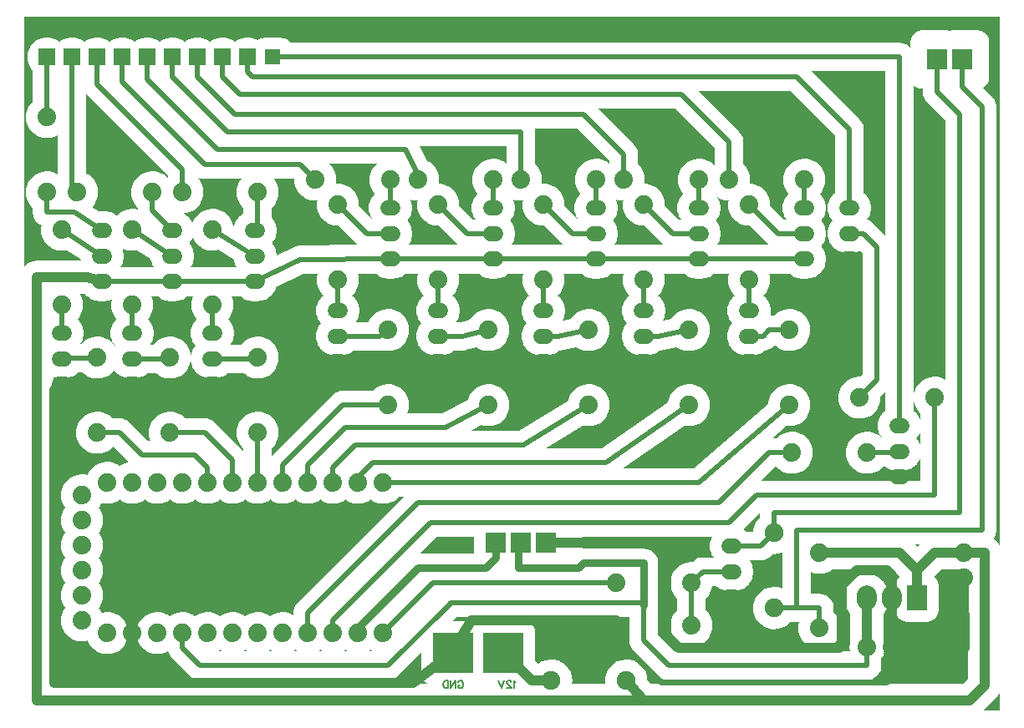
<source format=gbl>
G04 This is an RS-274x file exported by *
G04 gerbv version 2.6A *
G04 More information is available about gerbv at *
G04 http://gerbv.geda-project.org/ *
G04 --End of header info--*
%MOIN*%
%FSLAX34Y34*%
%IPPOS*%
G04 --Define apertures--*
%ADD10C,0.0200*%
%ADD11C,0.0394*%
%ADD12C,0.0315*%
%ADD13C,0.0080*%
%ADD14R,0.1575X0.1575*%
%ADD15C,0.0750*%
%ADD16R,0.0787X0.0787*%
%ADD17R,0.0787X0.0984*%
%ADD18C,0.0740*%
%ADD19R,0.0654X0.0654*%
%ADD20R,0.0620X0.0620*%
%ADD21C,0.0740*%
%ADD22C,0.0787*%
%ADD23C,0.0600*%
G04 --Start main section--*
G36*
G01X0038243Y0027700D02*
G01X0038772Y0028228D01*
G01X0038839Y0028307D01*
G01X0038896Y0028396D01*
G01X0038900Y0028405D01*
G01X0038900Y0027700D01*
G01X0038243Y0027700D01*
G37*
G36*
G01X0021832Y0028767D02*
G01X0021846Y0028900D01*
G01X0021828Y0029069D01*
G01X0021778Y0029234D01*
G01X0021694Y0029384D01*
G01X0021582Y0029513D01*
G01X0021448Y0029617D01*
G01X0021294Y0029694D01*
G01X0021128Y0029736D01*
G01X0020957Y0029744D01*
G01X0020788Y0029717D01*
G01X0020628Y0029659D01*
G01X0020498Y0029578D01*
G01X0020371Y0029703D01*
G01X0020371Y0030800D01*
G01X0020348Y0030946D01*
G01X0020282Y0031078D01*
G01X0020267Y0031092D01*
G01X0020259Y0031107D01*
G01X0020155Y0031211D01*
G01X0020023Y0031278D01*
G01X0019878Y0031302D01*
G01X0018303Y0031302D01*
G01X0018157Y0031278D01*
G01X0018071Y0031234D01*
G01X0018046Y0031248D01*
G01X0017900Y0031271D01*
G01X0017080Y0031271D01*
G01X0017236Y0031428D01*
G01X0024128Y0031428D01*
G01X0024128Y0030500D01*
G01X0024136Y0030409D01*
G01X0024155Y0030323D01*
G01X0024190Y0030240D01*
G01X0024238Y0030163D01*
G01X0024296Y0030096D01*
G01X0025296Y0029096D01*
G01X0025363Y0029038D01*
G01X0025440Y0028990D01*
G01X0025523Y0028955D01*
G01X0025609Y0028936D01*
G01X0025700Y0028928D01*
G01X0033604Y0028928D01*
G01X0033780Y0028955D01*
G01X0033938Y0029036D01*
G01X0034065Y0029161D01*
G01X0034146Y0029319D01*
G01X0034176Y0029496D01*
G01X0034177Y0029815D01*
G01X0034246Y0029923D01*
G01X0034297Y0030071D01*
G01X0034315Y0030230D01*
G01X0034297Y0030388D01*
G01X0034268Y0030473D01*
G01X0034268Y0031555D01*
G01X0034272Y0031559D01*
G01X0034292Y0031586D01*
G01X0034307Y0031613D01*
G01X0034376Y0031732D01*
G01X0034392Y0031761D01*
G01X0034406Y0031790D01*
G01X0034415Y0031821D01*
G01X0034426Y0031852D01*
G01X0034431Y0031884D01*
G01X0034456Y0032017D01*
G01X0034460Y0032036D01*
G01X0034461Y0032052D01*
G01X0034461Y0032067D01*
G01X0034464Y0032086D01*
G01X0034464Y0032315D01*
G01X0034461Y0032334D01*
G01X0034461Y0032350D01*
G01X0034460Y0032365D01*
G01X0034456Y0032384D01*
G01X0034431Y0032517D01*
G01X0034426Y0032550D01*
G01X0034415Y0032580D01*
G01X0034406Y0032611D01*
G01X0034392Y0032640D01*
G01X0034376Y0032669D01*
G01X0034307Y0032788D01*
G01X0034292Y0032815D01*
G01X0034272Y0032842D01*
G01X0034252Y0032865D01*
G01X0034230Y0032890D01*
G01X0034073Y0033021D01*
G01X0034046Y0033040D01*
G01X0034018Y0033055D01*
G01X0033985Y0033071D01*
G01X0033956Y0033084D01*
G01X0033827Y0033130D01*
G01X0033796Y0033140D01*
G01X0033765Y0033148D01*
G01X0033731Y0033154D01*
G01X0033667Y0033157D01*
G01X0033532Y0033157D01*
G01X0033467Y0033154D01*
G01X0033434Y0033148D01*
G01X0033404Y0033140D01*
G01X0033371Y0033130D01*
G01X0033244Y0033084D01*
G01X0033213Y0033071D01*
G01X0033182Y0033055D01*
G01X0033154Y0033040D01*
G01X0033126Y0033021D01*
G01X0032969Y0032890D01*
G01X0032948Y0032865D01*
G01X0032928Y0032842D01*
G01X0032907Y0032815D01*
G01X0032892Y0032788D01*
G01X0032823Y0032669D01*
G01X0032807Y0032640D01*
G01X0032794Y0032611D01*
G01X0032784Y0032580D01*
G01X0032773Y0032550D01*
G01X0032767Y0032517D01*
G01X0032744Y0032384D01*
G01X0032740Y0032365D01*
G01X0032738Y0032350D01*
G01X0032738Y0032334D01*
G01X0032736Y0032315D01*
G01X0032736Y0032086D01*
G01X0032738Y0032067D01*
G01X0032738Y0032052D01*
G01X0032740Y0032036D01*
G01X0032744Y0032017D01*
G01X0032767Y0031884D01*
G01X0032773Y0031852D01*
G01X0032784Y0031821D01*
G01X0032794Y0031790D01*
G01X0032807Y0031761D01*
G01X0032823Y0031732D01*
G01X0032892Y0031613D01*
G01X0032907Y0031586D01*
G01X0032928Y0031559D01*
G01X0032932Y0031555D01*
G01X0032932Y0030415D01*
G01X0032921Y0030388D01*
G01X0032904Y0030230D01*
G01X0032921Y0030071D01*
G01X0025936Y0030071D01*
G01X0025271Y0030736D01*
G01X0025271Y0033600D01*
G01X0025244Y0033776D01*
G01X0025161Y0033936D01*
G01X0025036Y0034061D01*
G01X0024876Y0034144D01*
G01X0024700Y0034171D01*
G01X0022300Y0034171D01*
G01X0022271Y0034169D01*
G01X0022271Y0034628D01*
G01X0027417Y0034628D01*
G01X0027409Y0034615D01*
G01X0027394Y0034582D01*
G01X0027378Y0034546D01*
G01X0027357Y0034473D01*
G01X0027336Y0034359D01*
G01X0027328Y0034288D01*
G01X0027328Y0034252D01*
G01X0027336Y0034180D01*
G01X0027357Y0034065D01*
G01X0027378Y0033994D01*
G01X0027394Y0033957D01*
G01X0027409Y0033923D01*
G01X0027430Y0033892D01*
G01X0027478Y0033821D01*
G01X0027050Y0033821D01*
G01X0026959Y0033813D01*
G01X0026873Y0033794D01*
G01X0026790Y0033759D01*
G01X0026713Y0033711D01*
G01X0026646Y0033654D01*
G01X0026628Y0033636D01*
G01X0026557Y0033640D01*
G01X0026388Y0033615D01*
G01X0026230Y0033555D01*
G01X0026084Y0033465D01*
G01X0025961Y0033348D01*
G01X0025863Y0033207D01*
G01X0025796Y0033052D01*
G01X0025761Y0032886D01*
G01X0025761Y0032713D01*
G01X0025796Y0032548D01*
G01X0025863Y0032392D01*
G01X0025961Y0032252D01*
G01X0026028Y0032188D01*
G01X0026028Y0031711D01*
G01X0025961Y0031648D01*
G01X0025863Y0031507D01*
G01X0025796Y0031352D01*
G01X0025761Y0031186D01*
G01X0025761Y0031013D01*
G01X0025796Y0030848D01*
G01X0025863Y0030692D01*
G01X0025961Y0030552D01*
G01X0026084Y0030434D01*
G01X0026230Y0030344D01*
G01X0026388Y0030284D01*
G01X0026557Y0030259D01*
G01X0026728Y0030267D01*
G01X0026892Y0030309D01*
G01X0027046Y0030386D01*
G01X0027180Y0030490D01*
G01X0027292Y0030617D01*
G01X0027373Y0030767D01*
G01X0027423Y0030930D01*
G01X0027442Y0031100D01*
G01X0027423Y0031269D01*
G01X0027373Y0031432D01*
G01X0027292Y0031582D01*
G01X0027180Y0031709D01*
G01X0027171Y0031715D01*
G01X0027171Y0032184D01*
G01X0027180Y0032190D01*
G01X0027292Y0032317D01*
G01X0027373Y0032467D01*
G01X0027423Y0032630D01*
G01X0027430Y0032678D01*
G01X0027584Y0032678D01*
G01X0027594Y0032667D01*
G01X0027623Y0032646D01*
G01X0027721Y0032580D01*
G01X0027753Y0032559D01*
G01X0027788Y0032544D01*
G01X0027823Y0032528D01*
G01X0027896Y0032507D01*
G01X0028009Y0032486D01*
G01X0028082Y0032478D01*
G01X0028317Y0032478D01*
G01X0028390Y0032486D01*
G01X0028503Y0032507D01*
G01X0028576Y0032528D01*
G01X0028611Y0032544D01*
G01X0028646Y0032559D01*
G01X0028678Y0032580D01*
G01X0028776Y0032646D01*
G01X0028805Y0032667D01*
G01X0028832Y0032692D01*
G01X0028857Y0032717D01*
G01X0028882Y0032744D01*
G01X0028903Y0032773D01*
G01X0028969Y0032871D01*
G01X0028990Y0032904D01*
G01X0029005Y0032938D01*
G01X0029021Y0032973D01*
G01X0029042Y0033046D01*
G01X0029063Y0033159D01*
G01X0029071Y0033232D01*
G01X0029071Y0033267D01*
G01X0029063Y0033340D01*
G01X0029042Y0033454D01*
G01X0029021Y0033526D01*
G01X0029005Y0033561D01*
G01X0028990Y0033596D01*
G01X0028969Y0033628D01*
G01X0028921Y0033698D01*
G01X0029369Y0033698D01*
G01X0029459Y0033705D01*
G01X0029546Y0033726D01*
G01X0029630Y0033759D01*
G01X0029705Y0033807D01*
G01X0029773Y0033865D01*
G01X0029863Y0033955D01*
G01X0030028Y0033963D01*
G01X0030194Y0034005D01*
G01X0030228Y0034021D01*
G01X0030228Y0032578D01*
G01X0030194Y0032594D01*
G01X0030028Y0032636D01*
G01X0029857Y0032644D01*
G01X0029688Y0032617D01*
G01X0029528Y0032559D01*
G01X0029382Y0032467D01*
G01X0029257Y0032352D01*
G01X0029159Y0032209D01*
G01X0029092Y0032053D01*
G01X0029057Y0031886D01*
G01X0029057Y0031713D01*
G01X0029092Y0031546D01*
G01X0029159Y0031390D01*
G01X0029257Y0031248D01*
G01X0029382Y0031132D01*
G01X0029528Y0031040D01*
G01X0029688Y0030982D01*
G01X0029857Y0030955D01*
G01X0030028Y0030963D01*
G01X0030194Y0031005D01*
G01X0030348Y0031082D01*
G01X0030482Y0031186D01*
G01X0030517Y0031228D01*
G01X0030892Y0031228D01*
G01X0030861Y0031086D01*
G01X0030861Y0030913D01*
G01X0030896Y0030748D01*
G01X0030963Y0030592D01*
G01X0031061Y0030452D01*
G01X0031184Y0030334D01*
G01X0031330Y0030244D01*
G01X0031488Y0030184D01*
G01X0031657Y0030159D01*
G01X0031828Y0030167D01*
G01X0031992Y0030209D01*
G01X0032146Y0030286D01*
G01X0032280Y0030390D01*
G01X0032392Y0030517D01*
G01X0032473Y0030667D01*
G01X0032523Y0030830D01*
G01X0032542Y0031000D01*
G01X0032523Y0031169D01*
G01X0032473Y0031332D01*
G01X0032392Y0031482D01*
G01X0032280Y0031609D01*
G01X0032271Y0031615D01*
G01X0032271Y0031800D01*
G01X0032244Y0031976D01*
G01X0032161Y0032136D01*
G01X0032036Y0032261D01*
G01X0031876Y0032344D01*
G01X0031700Y0032371D01*
G01X0031371Y0032371D01*
G01X0031371Y0033228D01*
G01X0031488Y0033184D01*
G01X0031657Y0033159D01*
G01X0031828Y0033167D01*
G01X0031992Y0033209D01*
G01X0032146Y0033286D01*
G01X0032205Y0033332D01*
G01X0034623Y0033332D01*
G01X0034904Y0033052D01*
G01X0034823Y0032971D01*
G01X0034757Y0032840D01*
G01X0034734Y0032694D01*
G01X0034734Y0031707D01*
G01X0034757Y0031561D01*
G01X0034823Y0031430D01*
G01X0034927Y0031326D01*
G01X0035060Y0031259D01*
G01X0035206Y0031236D01*
G01X0035992Y0031236D01*
G01X0036138Y0031259D01*
G01X0036269Y0031326D01*
G01X0036373Y0031430D01*
G01X0036439Y0031561D01*
G01X0036464Y0031707D01*
G01X0036464Y0032694D01*
G01X0036439Y0032840D01*
G01X0036373Y0032971D01*
G01X0036296Y0033050D01*
G01X0036577Y0033334D01*
G01X0037260Y0033340D01*
G01X0037311Y0033321D01*
G01X0037469Y0033304D01*
G01X0037627Y0033321D01*
G01X0037631Y0033323D01*
G01X0037631Y0028976D01*
G01X0037423Y0028767D01*
G01X0025002Y0028767D01*
G01X0024840Y0028952D01*
G01X0024828Y0029069D01*
G01X0024778Y0029234D01*
G01X0024694Y0029384D01*
G01X0024582Y0029513D01*
G01X0024448Y0029617D01*
G01X0024294Y0029694D01*
G01X0024128Y0029736D01*
G01X0023957Y0029744D01*
G01X0023788Y0029717D01*
G01X0023628Y0029659D01*
G01X0023482Y0029567D01*
G01X0023357Y0029452D01*
G01X0023259Y0029309D01*
G01X0023192Y0029153D01*
G01X0023157Y0028986D01*
G01X0023157Y0028813D01*
G01X0023167Y0028767D01*
G01X0021832Y0028767D01*
G37*
G36*
G01X0018080Y0028767D02*
G01X0018100Y0028778D01*
G01X0018119Y0028767D01*
G01X0018080Y0028767D01*
G37*
G36*
G01X0016119Y0028769D02*
G01X0001167Y0028771D01*
G01X0001167Y0041015D01*
G01X0001196Y0041007D01*
G01X0001309Y0040986D01*
G01X0001382Y0040978D01*
G01X0001617Y0040978D01*
G01X0001690Y0040986D01*
G01X0001803Y0041007D01*
G01X0001876Y0041028D01*
G01X0001911Y0041044D01*
G01X0001946Y0041059D01*
G01X0001978Y0041080D01*
G01X0002076Y0041146D01*
G01X0002105Y0041167D01*
G01X0002132Y0041192D01*
G01X0002140Y0041200D01*
G01X0002309Y0041205D01*
G01X0002384Y0041134D01*
G01X0002530Y0041044D01*
G01X0002688Y0040984D01*
G01X0002857Y0040959D01*
G01X0003028Y0040967D01*
G01X0003192Y0041009D01*
G01X0003346Y0041086D01*
G01X0003480Y0041190D01*
G01X0003578Y0041302D01*
G01X0003596Y0041273D01*
G01X0003617Y0041244D01*
G01X0003642Y0041217D01*
G01X0003667Y0041192D01*
G01X0003694Y0041167D01*
G01X0003723Y0041146D01*
G01X0003821Y0041080D01*
G01X0003853Y0041059D01*
G01X0003888Y0041044D01*
G01X0003923Y0041028D01*
G01X0003996Y0041007D01*
G01X0004109Y0040986D01*
G01X0004182Y0040978D01*
G01X0004417Y0040978D01*
G01X0004490Y0040986D01*
G01X0004603Y0041007D01*
G01X0004676Y0041028D01*
G01X0004711Y0041044D01*
G01X0004746Y0041059D01*
G01X0004778Y0041080D01*
G01X0004876Y0041146D01*
G01X0004905Y0041167D01*
G01X0004915Y0041178D01*
G01X0005238Y0041178D01*
G01X0005284Y0041134D01*
G01X0005430Y0041044D01*
G01X0005588Y0040984D01*
G01X0005757Y0040959D01*
G01X0005928Y0040967D01*
G01X0006092Y0041009D01*
G01X0006246Y0041086D01*
G01X0006380Y0041190D01*
G01X0006492Y0041317D01*
G01X0006573Y0041467D01*
G01X0006623Y0041630D01*
G01X0006632Y0041700D01*
G01X0006636Y0041659D01*
G01X0006657Y0041546D01*
G01X0006678Y0041473D01*
G01X0006694Y0041438D01*
G01X0006709Y0041404D01*
G01X0006730Y0041371D01*
G01X0006796Y0041273D01*
G01X0006817Y0041244D01*
G01X0006842Y0041217D01*
G01X0006867Y0041192D01*
G01X0006894Y0041167D01*
G01X0006923Y0041146D01*
G01X0007021Y0041080D01*
G01X0007053Y0041059D01*
G01X0007088Y0041044D01*
G01X0007123Y0041028D01*
G01X0007196Y0041007D01*
G01X0007309Y0040986D01*
G01X0007382Y0040978D01*
G01X0007617Y0040978D01*
G01X0007690Y0040986D01*
G01X0007803Y0041007D01*
G01X0007876Y0041028D01*
G01X0007911Y0041044D01*
G01X0007946Y0041059D01*
G01X0007978Y0041080D01*
G01X0008076Y0041146D01*
G01X0008105Y0041167D01*
G01X0008115Y0041178D01*
G01X0008738Y0041178D01*
G01X0008784Y0041134D01*
G01X0008930Y0041044D01*
G01X0009088Y0040984D01*
G01X0009257Y0040959D01*
G01X0009428Y0040967D01*
G01X0009592Y0041009D01*
G01X0009746Y0041086D01*
G01X0009880Y0041190D01*
G01X0009992Y0041317D01*
G01X0010073Y0041467D01*
G01X0010123Y0041630D01*
G01X0010142Y0041800D01*
G01X0010123Y0041969D01*
G01X0010073Y0042132D01*
G01X0009992Y0042282D01*
G01X0009880Y0042409D01*
G01X0009746Y0042513D01*
G01X0009592Y0042590D01*
G01X0009428Y0042632D01*
G01X0009257Y0042640D01*
G01X0009088Y0042615D01*
G01X0008930Y0042555D01*
G01X0008784Y0042465D01*
G01X0008661Y0042348D01*
G01X0008644Y0042321D01*
G01X0008221Y0042321D01*
G01X0008269Y0042392D01*
G01X0008290Y0042423D01*
G01X0008305Y0042457D01*
G01X0008321Y0042494D01*
G01X0008342Y0042565D01*
G01X0008363Y0042680D01*
G01X0008371Y0042752D01*
G01X0008371Y0042788D01*
G01X0008363Y0042859D01*
G01X0008342Y0042973D01*
G01X0008321Y0043046D01*
G01X0008305Y0043082D01*
G01X0008290Y0043115D01*
G01X0008269Y0043148D01*
G01X0008203Y0043246D01*
G01X0008182Y0043276D01*
G01X0008157Y0043302D01*
G01X0008121Y0043338D01*
G01X0008192Y0043417D01*
G01X0008273Y0043567D01*
G01X0008323Y0043730D01*
G01X0008342Y0043900D01*
G01X0008323Y0044069D01*
G01X0008273Y0044232D01*
G01X0008259Y0044257D01*
G01X0008584Y0044257D01*
G01X0008594Y0044248D01*
G01X0008623Y0044226D01*
G01X0008721Y0044159D01*
G01X0008753Y0044140D01*
G01X0008788Y0044123D01*
G01X0008823Y0044107D01*
G01X0008896Y0044088D01*
G01X0009009Y0044065D01*
G01X0009082Y0044057D01*
G01X0009317Y0044057D01*
G01X0009390Y0044065D01*
G01X0009503Y0044088D01*
G01X0009576Y0044107D01*
G01X0009611Y0044123D01*
G01X0009646Y0044140D01*
G01X0009678Y0044159D01*
G01X0009776Y0044226D01*
G01X0009805Y0044248D01*
G01X0009832Y0044271D01*
G01X0009857Y0044298D01*
G01X0009882Y0044323D01*
G01X0009903Y0044354D01*
G01X0009969Y0044452D01*
G01X0009990Y0044484D01*
G01X0010005Y0044517D01*
G01X0010021Y0044554D01*
G01X0010034Y0044600D01*
G01X0011130Y0045130D01*
G01X0011692Y0045134D01*
G01X0011661Y0044986D01*
G01X0011661Y0044813D01*
G01X0011696Y0044648D01*
G01X0011763Y0044492D01*
G01X0011861Y0044352D01*
G01X0011928Y0044288D01*
G01X0011928Y0044276D01*
G01X0011923Y0044273D01*
G01X0011894Y0044252D01*
G01X0011867Y0044228D01*
G01X0011842Y0044202D01*
G01X0011817Y0044176D01*
G01X0011796Y0044146D01*
G01X0011730Y0044048D01*
G01X0011709Y0044015D01*
G01X0011694Y0043982D01*
G01X0011678Y0043946D01*
G01X0011657Y0043873D01*
G01X0011636Y0043759D01*
G01X0011628Y0043688D01*
G01X0011628Y0043652D01*
G01X0011636Y0043580D01*
G01X0011657Y0043465D01*
G01X0011678Y0043394D01*
G01X0011694Y0043357D01*
G01X0011709Y0043323D01*
G01X0011730Y0043292D01*
G01X0011796Y0043194D01*
G01X0011817Y0043163D01*
G01X0011821Y0043159D01*
G01X0011817Y0043155D01*
G01X0011796Y0043126D01*
G01X0011730Y0043028D01*
G01X0011709Y0042996D01*
G01X0011694Y0042961D01*
G01X0011678Y0042926D01*
G01X0011657Y0042854D01*
G01X0011636Y0042740D01*
G01X0011628Y0042667D01*
G01X0011628Y0042632D01*
G01X0011636Y0042559D01*
G01X0011657Y0042446D01*
G01X0011678Y0042373D01*
G01X0011694Y0042338D01*
G01X0011709Y0042304D01*
G01X0011730Y0042271D01*
G01X0011796Y0042173D01*
G01X0011817Y0042144D01*
G01X0011842Y0042117D01*
G01X0011867Y0042092D01*
G01X0011894Y0042067D01*
G01X0011923Y0042046D01*
G01X0012021Y0041980D01*
G01X0012053Y0041959D01*
G01X0012088Y0041944D01*
G01X0012123Y0041928D01*
G01X0012196Y0041907D01*
G01X0012309Y0041886D01*
G01X0012382Y0041878D01*
G01X0012617Y0041878D01*
G01X0012690Y0041886D01*
G01X0012803Y0041907D01*
G01X0012876Y0041928D01*
G01X0012911Y0041944D01*
G01X0012946Y0041959D01*
G01X0012978Y0041980D01*
G01X0013076Y0042046D01*
G01X0013105Y0042067D01*
G01X0013115Y0042078D01*
G01X0014150Y0042078D01*
G01X0014219Y0042082D01*
G01X0014267Y0042092D01*
G01X0014288Y0042084D01*
G01X0014457Y0042059D01*
G01X0014628Y0042067D01*
G01X0014792Y0042109D01*
G01X0014946Y0042186D01*
G01X0015080Y0042290D01*
G01X0015192Y0042417D01*
G01X0015273Y0042567D01*
G01X0015323Y0042730D01*
G01X0015342Y0042900D01*
G01X0015323Y0043069D01*
G01X0015273Y0043232D01*
G01X0015192Y0043382D01*
G01X0015080Y0043509D01*
G01X0014946Y0043613D01*
G01X0014792Y0043690D01*
G01X0014628Y0043732D01*
G01X0014457Y0043740D01*
G01X0014288Y0043715D01*
G01X0014130Y0043655D01*
G01X0013984Y0043565D01*
G01X0013861Y0043448D01*
G01X0013763Y0043307D01*
G01X0013726Y0043221D01*
G01X0013221Y0043221D01*
G01X0013269Y0043292D01*
G01X0013290Y0043323D01*
G01X0013305Y0043357D01*
G01X0013321Y0043394D01*
G01X0013342Y0043465D01*
G01X0013363Y0043580D01*
G01X0013371Y0043652D01*
G01X0013371Y0043688D01*
G01X0013363Y0043759D01*
G01X0013342Y0043873D01*
G01X0013321Y0043946D01*
G01X0013305Y0043982D01*
G01X0013290Y0044015D01*
G01X0013269Y0044048D01*
G01X0013203Y0044146D01*
G01X0013182Y0044176D01*
G01X0013157Y0044202D01*
G01X0013132Y0044228D01*
G01X0013105Y0044252D01*
G01X0013076Y0044273D01*
G01X0013071Y0044276D01*
G01X0013071Y0044284D01*
G01X0013080Y0044290D01*
G01X0013192Y0044417D01*
G01X0013273Y0044567D01*
G01X0013323Y0044730D01*
G01X0013342Y0044900D01*
G01X0013323Y0045069D01*
G01X0013300Y0045148D01*
G01X0013988Y0045154D01*
G01X0013994Y0045148D01*
G01X0014023Y0045126D01*
G01X0014121Y0045059D01*
G01X0014153Y0045040D01*
G01X0014188Y0045023D01*
G01X0014223Y0045007D01*
G01X0014296Y0044988D01*
G01X0014409Y0044965D01*
G01X0014482Y0044957D01*
G01X0014717Y0044957D01*
G01X0014790Y0044965D01*
G01X0014903Y0044988D01*
G01X0014976Y0045007D01*
G01X0015011Y0045023D01*
G01X0015046Y0045040D01*
G01X0015078Y0045059D01*
G01X0015176Y0045126D01*
G01X0015205Y0045148D01*
G01X0015215Y0045157D01*
G01X0015698Y0045157D01*
G01X0015696Y0045152D01*
G01X0015661Y0044986D01*
G01X0015661Y0044813D01*
G01X0015696Y0044648D01*
G01X0015763Y0044492D01*
G01X0015861Y0044352D01*
G01X0015928Y0044288D01*
G01X0015928Y0044276D01*
G01X0015923Y0044273D01*
G01X0015894Y0044252D01*
G01X0015867Y0044228D01*
G01X0015842Y0044202D01*
G01X0015817Y0044176D01*
G01X0015796Y0044146D01*
G01X0015730Y0044048D01*
G01X0015709Y0044015D01*
G01X0015694Y0043982D01*
G01X0015678Y0043946D01*
G01X0015657Y0043873D01*
G01X0015636Y0043759D01*
G01X0015628Y0043688D01*
G01X0015628Y0043652D01*
G01X0015636Y0043580D01*
G01X0015657Y0043465D01*
G01X0015678Y0043394D01*
G01X0015694Y0043357D01*
G01X0015709Y0043323D01*
G01X0015730Y0043292D01*
G01X0015796Y0043194D01*
G01X0015817Y0043163D01*
G01X0015821Y0043159D01*
G01X0015817Y0043155D01*
G01X0015796Y0043126D01*
G01X0015730Y0043028D01*
G01X0015709Y0042996D01*
G01X0015694Y0042961D01*
G01X0015678Y0042926D01*
G01X0015657Y0042854D01*
G01X0015636Y0042740D01*
G01X0015628Y0042667D01*
G01X0015628Y0042632D01*
G01X0015636Y0042559D01*
G01X0015657Y0042446D01*
G01X0015678Y0042373D01*
G01X0015694Y0042338D01*
G01X0015709Y0042304D01*
G01X0015730Y0042271D01*
G01X0015796Y0042173D01*
G01X0015817Y0042144D01*
G01X0015842Y0042117D01*
G01X0015867Y0042092D01*
G01X0015894Y0042067D01*
G01X0015923Y0042046D01*
G01X0016021Y0041980D01*
G01X0016053Y0041959D01*
G01X0016088Y0041944D01*
G01X0016123Y0041928D01*
G01X0016196Y0041907D01*
G01X0016309Y0041886D01*
G01X0016382Y0041878D01*
G01X0016617Y0041878D01*
G01X0016690Y0041886D01*
G01X0016803Y0041907D01*
G01X0016876Y0041928D01*
G01X0016911Y0041944D01*
G01X0016946Y0041959D01*
G01X0016978Y0041980D01*
G01X0017076Y0042046D01*
G01X0017105Y0042067D01*
G01X0017115Y0042078D01*
G01X0017476Y0042078D01*
G01X0017503Y0042080D01*
G01X0017555Y0042088D01*
G01X0017582Y0042094D01*
G01X0018036Y0042202D01*
G01X0018130Y0042144D01*
G01X0018288Y0042084D01*
G01X0018457Y0042059D01*
G01X0018628Y0042067D01*
G01X0018792Y0042109D01*
G01X0018946Y0042186D01*
G01X0019080Y0042290D01*
G01X0019192Y0042417D01*
G01X0019273Y0042567D01*
G01X0019323Y0042730D01*
G01X0019342Y0042900D01*
G01X0019323Y0043069D01*
G01X0019273Y0043232D01*
G01X0019192Y0043382D01*
G01X0019080Y0043509D01*
G01X0018946Y0043613D01*
G01X0018792Y0043690D01*
G01X0018628Y0043732D01*
G01X0018457Y0043740D01*
G01X0018288Y0043715D01*
G01X0018130Y0043655D01*
G01X0017984Y0043565D01*
G01X0017861Y0043448D01*
G01X0017767Y0043311D01*
G01X0017386Y0043221D01*
G01X0017221Y0043221D01*
G01X0017269Y0043292D01*
G01X0017290Y0043323D01*
G01X0017305Y0043357D01*
G01X0017321Y0043394D01*
G01X0017342Y0043465D01*
G01X0017363Y0043580D01*
G01X0017371Y0043652D01*
G01X0017371Y0043688D01*
G01X0017363Y0043759D01*
G01X0017342Y0043873D01*
G01X0017321Y0043946D01*
G01X0017305Y0043982D01*
G01X0017290Y0044015D01*
G01X0017269Y0044048D01*
G01X0017203Y0044146D01*
G01X0017182Y0044176D01*
G01X0017157Y0044202D01*
G01X0017132Y0044228D01*
G01X0017105Y0044252D01*
G01X0017076Y0044273D01*
G01X0017071Y0044276D01*
G01X0017071Y0044284D01*
G01X0017080Y0044290D01*
G01X0017192Y0044417D01*
G01X0017273Y0044567D01*
G01X0017323Y0044730D01*
G01X0017342Y0044900D01*
G01X0017323Y0045069D01*
G01X0017296Y0045157D01*
G01X0018084Y0045157D01*
G01X0018094Y0045148D01*
G01X0018123Y0045126D01*
G01X0018221Y0045059D01*
G01X0018253Y0045040D01*
G01X0018288Y0045023D01*
G01X0018323Y0045007D01*
G01X0018396Y0044988D01*
G01X0018509Y0044965D01*
G01X0018582Y0044957D01*
G01X0018817Y0044957D01*
G01X0018890Y0044965D01*
G01X0019003Y0044988D01*
G01X0019076Y0045007D01*
G01X0019111Y0045023D01*
G01X0019146Y0045040D01*
G01X0019178Y0045059D01*
G01X0019276Y0045126D01*
G01X0019305Y0045148D01*
G01X0019315Y0045157D01*
G01X0019898Y0045157D01*
G01X0019896Y0045152D01*
G01X0019861Y0044986D01*
G01X0019861Y0044813D01*
G01X0019896Y0044648D01*
G01X0019963Y0044492D01*
G01X0020061Y0044352D01*
G01X0020128Y0044288D01*
G01X0020128Y0044276D01*
G01X0020123Y0044273D01*
G01X0020094Y0044252D01*
G01X0020067Y0044228D01*
G01X0020042Y0044202D01*
G01X0020017Y0044176D01*
G01X0019996Y0044146D01*
G01X0019930Y0044048D01*
G01X0019909Y0044015D01*
G01X0019894Y0043982D01*
G01X0019878Y0043946D01*
G01X0019857Y0043873D01*
G01X0019836Y0043759D01*
G01X0019828Y0043688D01*
G01X0019828Y0043652D01*
G01X0019836Y0043580D01*
G01X0019857Y0043465D01*
G01X0019878Y0043394D01*
G01X0019894Y0043357D01*
G01X0019909Y0043323D01*
G01X0019930Y0043292D01*
G01X0019996Y0043194D01*
G01X0020017Y0043163D01*
G01X0020021Y0043159D01*
G01X0020017Y0043155D01*
G01X0019996Y0043126D01*
G01X0019930Y0043028D01*
G01X0019909Y0042996D01*
G01X0019894Y0042961D01*
G01X0019878Y0042926D01*
G01X0019857Y0042854D01*
G01X0019836Y0042740D01*
G01X0019828Y0042667D01*
G01X0019828Y0042632D01*
G01X0019836Y0042559D01*
G01X0019857Y0042446D01*
G01X0019878Y0042373D01*
G01X0019894Y0042338D01*
G01X0019909Y0042304D01*
G01X0019930Y0042271D01*
G01X0019996Y0042173D01*
G01X0020017Y0042144D01*
G01X0020042Y0042117D01*
G01X0020067Y0042092D01*
G01X0020094Y0042067D01*
G01X0020123Y0042046D01*
G01X0020221Y0041980D01*
G01X0020253Y0041959D01*
G01X0020288Y0041944D01*
G01X0020323Y0041928D01*
G01X0020396Y0041907D01*
G01X0020509Y0041886D01*
G01X0020582Y0041878D01*
G01X0020817Y0041878D01*
G01X0020890Y0041886D01*
G01X0021003Y0041907D01*
G01X0021076Y0041928D01*
G01X0021111Y0041944D01*
G01X0021146Y0041959D01*
G01X0021178Y0041980D01*
G01X0021276Y0042046D01*
G01X0021305Y0042067D01*
G01X0021321Y0042082D01*
G01X0021361Y0042090D01*
G01X0022007Y0042219D01*
G01X0022130Y0042144D01*
G01X0022288Y0042084D01*
G01X0022457Y0042059D01*
G01X0022628Y0042067D01*
G01X0022792Y0042109D01*
G01X0022946Y0042186D01*
G01X0023080Y0042290D01*
G01X0023192Y0042417D01*
G01X0023273Y0042567D01*
G01X0023323Y0042730D01*
G01X0023342Y0042900D01*
G01X0023323Y0043069D01*
G01X0023273Y0043232D01*
G01X0023192Y0043382D01*
G01X0023080Y0043509D01*
G01X0022946Y0043613D01*
G01X0022792Y0043690D01*
G01X0022628Y0043732D01*
G01X0022457Y0043740D01*
G01X0022288Y0043715D01*
G01X0022130Y0043655D01*
G01X0021984Y0043565D01*
G01X0021861Y0043448D01*
G01X0021786Y0043340D01*
G01X0021457Y0043273D01*
G01X0021469Y0043292D01*
G01X0021490Y0043323D01*
G01X0021505Y0043357D01*
G01X0021521Y0043394D01*
G01X0021542Y0043465D01*
G01X0021563Y0043580D01*
G01X0021571Y0043652D01*
G01X0021571Y0043688D01*
G01X0021563Y0043759D01*
G01X0021542Y0043873D01*
G01X0021521Y0043946D01*
G01X0021505Y0043982D01*
G01X0021490Y0044015D01*
G01X0021469Y0044048D01*
G01X0021403Y0044146D01*
G01X0021382Y0044176D01*
G01X0021357Y0044202D01*
G01X0021332Y0044228D01*
G01X0021305Y0044252D01*
G01X0021276Y0044273D01*
G01X0021271Y0044276D01*
G01X0021271Y0044284D01*
G01X0021280Y0044290D01*
G01X0021392Y0044417D01*
G01X0021473Y0044567D01*
G01X0021523Y0044730D01*
G01X0021542Y0044900D01*
G01X0021523Y0045069D01*
G01X0021496Y0045157D01*
G01X0022184Y0045157D01*
G01X0022194Y0045148D01*
G01X0022223Y0045126D01*
G01X0022321Y0045059D01*
G01X0022353Y0045040D01*
G01X0022388Y0045023D01*
G01X0022423Y0045007D01*
G01X0022496Y0044988D01*
G01X0022609Y0044965D01*
G01X0022682Y0044957D01*
G01X0022917Y0044957D01*
G01X0022990Y0044965D01*
G01X0023103Y0044988D01*
G01X0023176Y0045007D01*
G01X0023211Y0045023D01*
G01X0023246Y0045040D01*
G01X0023278Y0045059D01*
G01X0023376Y0045126D01*
G01X0023405Y0045148D01*
G01X0023415Y0045157D01*
G01X0023898Y0045157D01*
G01X0023896Y0045152D01*
G01X0023861Y0044986D01*
G01X0023861Y0044813D01*
G01X0023896Y0044648D01*
G01X0023963Y0044492D01*
G01X0024061Y0044352D01*
G01X0024128Y0044288D01*
G01X0024128Y0044276D01*
G01X0024123Y0044273D01*
G01X0024094Y0044252D01*
G01X0024067Y0044228D01*
G01X0024042Y0044202D01*
G01X0024017Y0044176D01*
G01X0023996Y0044146D01*
G01X0023930Y0044048D01*
G01X0023909Y0044015D01*
G01X0023894Y0043982D01*
G01X0023878Y0043946D01*
G01X0023857Y0043873D01*
G01X0023836Y0043759D01*
G01X0023828Y0043688D01*
G01X0023828Y0043652D01*
G01X0023836Y0043580D01*
G01X0023857Y0043465D01*
G01X0023878Y0043394D01*
G01X0023894Y0043357D01*
G01X0023909Y0043323D01*
G01X0023930Y0043292D01*
G01X0023996Y0043194D01*
G01X0024017Y0043163D01*
G01X0024021Y0043159D01*
G01X0024017Y0043155D01*
G01X0023996Y0043126D01*
G01X0023930Y0043028D01*
G01X0023909Y0042996D01*
G01X0023894Y0042961D01*
G01X0023878Y0042926D01*
G01X0023857Y0042854D01*
G01X0023836Y0042740D01*
G01X0023828Y0042667D01*
G01X0023828Y0042632D01*
G01X0023836Y0042559D01*
G01X0023857Y0042446D01*
G01X0023878Y0042373D01*
G01X0023894Y0042338D01*
G01X0023909Y0042304D01*
G01X0023930Y0042271D01*
G01X0023996Y0042173D01*
G01X0024017Y0042144D01*
G01X0024042Y0042117D01*
G01X0024067Y0042092D01*
G01X0024094Y0042067D01*
G01X0024123Y0042046D01*
G01X0024221Y0041980D01*
G01X0024253Y0041959D01*
G01X0024288Y0041944D01*
G01X0024323Y0041928D01*
G01X0024396Y0041907D01*
G01X0024509Y0041886D01*
G01X0024582Y0041878D01*
G01X0024817Y0041878D01*
G01X0024890Y0041886D01*
G01X0025003Y0041907D01*
G01X0025076Y0041928D01*
G01X0025111Y0041944D01*
G01X0025146Y0041959D01*
G01X0025178Y0041980D01*
G01X0025276Y0042046D01*
G01X0025305Y0042067D01*
G01X0025321Y0042082D01*
G01X0025361Y0042090D01*
G01X0026007Y0042219D01*
G01X0026130Y0042144D01*
G01X0026288Y0042084D01*
G01X0026457Y0042059D01*
G01X0026628Y0042067D01*
G01X0026792Y0042109D01*
G01X0026946Y0042186D01*
G01X0027080Y0042290D01*
G01X0027192Y0042417D01*
G01X0027273Y0042567D01*
G01X0027323Y0042730D01*
G01X0027342Y0042900D01*
G01X0027323Y0043069D01*
G01X0027273Y0043232D01*
G01X0027192Y0043382D01*
G01X0027080Y0043509D01*
G01X0026946Y0043613D01*
G01X0026792Y0043690D01*
G01X0026628Y0043732D01*
G01X0026457Y0043740D01*
G01X0026288Y0043715D01*
G01X0026130Y0043655D01*
G01X0025984Y0043565D01*
G01X0025861Y0043448D01*
G01X0025786Y0043340D01*
G01X0025457Y0043273D01*
G01X0025469Y0043292D01*
G01X0025490Y0043323D01*
G01X0025505Y0043357D01*
G01X0025521Y0043394D01*
G01X0025542Y0043465D01*
G01X0025563Y0043580D01*
G01X0025571Y0043652D01*
G01X0025571Y0043688D01*
G01X0025563Y0043759D01*
G01X0025542Y0043873D01*
G01X0025521Y0043946D01*
G01X0025505Y0043982D01*
G01X0025490Y0044015D01*
G01X0025469Y0044048D01*
G01X0025403Y0044146D01*
G01X0025382Y0044176D01*
G01X0025357Y0044202D01*
G01X0025332Y0044228D01*
G01X0025305Y0044252D01*
G01X0025276Y0044273D01*
G01X0025271Y0044276D01*
G01X0025271Y0044284D01*
G01X0025280Y0044290D01*
G01X0025392Y0044417D01*
G01X0025473Y0044567D01*
G01X0025523Y0044730D01*
G01X0025542Y0044900D01*
G01X0025523Y0045069D01*
G01X0025496Y0045157D01*
G01X0026284Y0045157D01*
G01X0026294Y0045148D01*
G01X0026323Y0045126D01*
G01X0026421Y0045059D01*
G01X0026453Y0045040D01*
G01X0026488Y0045023D01*
G01X0026523Y0045007D01*
G01X0026596Y0044988D01*
G01X0026709Y0044965D01*
G01X0026782Y0044957D01*
G01X0027017Y0044957D01*
G01X0027090Y0044965D01*
G01X0027203Y0044988D01*
G01X0027276Y0045007D01*
G01X0027311Y0045023D01*
G01X0027346Y0045040D01*
G01X0027378Y0045059D01*
G01X0027476Y0045126D01*
G01X0027505Y0045148D01*
G01X0027515Y0045157D01*
G01X0028098Y0045157D01*
G01X0028096Y0045152D01*
G01X0028061Y0044986D01*
G01X0028061Y0044813D01*
G01X0028096Y0044648D01*
G01X0028163Y0044492D01*
G01X0028261Y0044352D01*
G01X0028328Y0044288D01*
G01X0028328Y0044276D01*
G01X0028323Y0044273D01*
G01X0028294Y0044252D01*
G01X0028267Y0044228D01*
G01X0028242Y0044202D01*
G01X0028217Y0044176D01*
G01X0028196Y0044146D01*
G01X0028130Y0044048D01*
G01X0028109Y0044015D01*
G01X0028094Y0043982D01*
G01X0028078Y0043946D01*
G01X0028057Y0043873D01*
G01X0028036Y0043759D01*
G01X0028028Y0043688D01*
G01X0028028Y0043652D01*
G01X0028036Y0043580D01*
G01X0028057Y0043465D01*
G01X0028078Y0043394D01*
G01X0028094Y0043357D01*
G01X0028109Y0043323D01*
G01X0028130Y0043292D01*
G01X0028196Y0043194D01*
G01X0028217Y0043163D01*
G01X0028221Y0043159D01*
G01X0028217Y0043155D01*
G01X0028196Y0043126D01*
G01X0028130Y0043028D01*
G01X0028109Y0042996D01*
G01X0028094Y0042961D01*
G01X0028078Y0042926D01*
G01X0028057Y0042854D01*
G01X0028036Y0042740D01*
G01X0028028Y0042667D01*
G01X0028028Y0042632D01*
G01X0028036Y0042559D01*
G01X0028057Y0042446D01*
G01X0028078Y0042373D01*
G01X0028094Y0042338D01*
G01X0028109Y0042304D01*
G01X0028130Y0042271D01*
G01X0028196Y0042173D01*
G01X0028217Y0042144D01*
G01X0028242Y0042117D01*
G01X0028267Y0042092D01*
G01X0028294Y0042067D01*
G01X0028323Y0042046D01*
G01X0028421Y0041980D01*
G01X0028453Y0041959D01*
G01X0028488Y0041944D01*
G01X0028523Y0041928D01*
G01X0028596Y0041907D01*
G01X0028709Y0041886D01*
G01X0028782Y0041878D01*
G01X0029017Y0041878D01*
G01X0029090Y0041886D01*
G01X0029203Y0041907D01*
G01X0029276Y0041928D01*
G01X0029311Y0041944D01*
G01X0029346Y0041959D01*
G01X0029378Y0041980D01*
G01X0029476Y0042046D01*
G01X0029505Y0042067D01*
G01X0029523Y0042084D01*
G01X0029540Y0042086D01*
G01X0029626Y0042105D01*
G01X0029709Y0042140D01*
G01X0029786Y0042188D01*
G01X0029853Y0042246D01*
G01X0029911Y0042304D01*
G01X0029984Y0042234D01*
G01X0030130Y0042144D01*
G01X0030288Y0042084D01*
G01X0030457Y0042059D01*
G01X0030628Y0042067D01*
G01X0030792Y0042109D01*
G01X0030946Y0042186D01*
G01X0031080Y0042290D01*
G01X0031192Y0042417D01*
G01X0031273Y0042567D01*
G01X0031323Y0042730D01*
G01X0031342Y0042900D01*
G01X0031323Y0043069D01*
G01X0031273Y0043232D01*
G01X0031192Y0043382D01*
G01X0031080Y0043509D01*
G01X0030946Y0043613D01*
G01X0030792Y0043690D01*
G01X0030628Y0043732D01*
G01X0030457Y0043740D01*
G01X0030288Y0043715D01*
G01X0030130Y0043655D01*
G01X0029984Y0043565D01*
G01X0029886Y0043471D01*
G01X0029744Y0043471D01*
G01X0029763Y0043580D01*
G01X0029771Y0043652D01*
G01X0029771Y0043688D01*
G01X0029763Y0043759D01*
G01X0029742Y0043873D01*
G01X0029721Y0043946D01*
G01X0029705Y0043982D01*
G01X0029690Y0044015D01*
G01X0029669Y0044048D01*
G01X0029603Y0044146D01*
G01X0029582Y0044176D01*
G01X0029557Y0044202D01*
G01X0029532Y0044228D01*
G01X0029505Y0044252D01*
G01X0029476Y0044273D01*
G01X0029471Y0044276D01*
G01X0029471Y0044284D01*
G01X0029480Y0044290D01*
G01X0029592Y0044417D01*
G01X0029673Y0044567D01*
G01X0029723Y0044730D01*
G01X0029742Y0044900D01*
G01X0029723Y0045069D01*
G01X0029696Y0045157D01*
G01X0030484Y0045157D01*
G01X0030494Y0045148D01*
G01X0030523Y0045126D01*
G01X0030621Y0045059D01*
G01X0030653Y0045040D01*
G01X0030688Y0045023D01*
G01X0030723Y0045007D01*
G01X0030796Y0044988D01*
G01X0030909Y0044965D01*
G01X0030982Y0044957D01*
G01X0031217Y0044957D01*
G01X0031290Y0044965D01*
G01X0031403Y0044988D01*
G01X0031476Y0045007D01*
G01X0031511Y0045023D01*
G01X0031546Y0045040D01*
G01X0031578Y0045059D01*
G01X0031676Y0045126D01*
G01X0031705Y0045148D01*
G01X0031732Y0045171D01*
G01X0031757Y0045198D01*
G01X0031782Y0045223D01*
G01X0031803Y0045254D01*
G01X0031869Y0045352D01*
G01X0031890Y0045384D01*
G01X0031905Y0045417D01*
G01X0031921Y0045454D01*
G01X0031942Y0045526D01*
G01X0031963Y0045640D01*
G01X0031971Y0045711D01*
G01X0031971Y0045748D01*
G01X0031963Y0045819D01*
G01X0031942Y0045934D01*
G01X0031921Y0046005D01*
G01X0031905Y0046042D01*
G01X0031890Y0046076D01*
G01X0031869Y0046107D01*
G01X0031803Y0046205D01*
G01X0031782Y0046236D01*
G01X0031778Y0046240D01*
G01X0031782Y0046244D01*
G01X0031803Y0046273D01*
G01X0031869Y0046371D01*
G01X0031890Y0046404D01*
G01X0031905Y0046438D01*
G01X0031921Y0046473D01*
G01X0031942Y0046546D01*
G01X0031963Y0046659D01*
G01X0031971Y0046732D01*
G01X0031971Y0046767D01*
G01X0031963Y0046840D01*
G01X0031942Y0046954D01*
G01X0031921Y0047026D01*
G01X0031905Y0047061D01*
G01X0031890Y0047096D01*
G01X0031869Y0047128D01*
G01X0031803Y0047226D01*
G01X0031782Y0047255D01*
G01X0031778Y0047259D01*
G01X0031782Y0047263D01*
G01X0031803Y0047294D01*
G01X0031869Y0047392D01*
G01X0031890Y0047423D01*
G01X0031905Y0047457D01*
G01X0031921Y0047494D01*
G01X0031942Y0047565D01*
G01X0031963Y0047680D01*
G01X0031971Y0047752D01*
G01X0031971Y0047788D01*
G01X0031963Y0047859D01*
G01X0031942Y0047973D01*
G01X0031921Y0048046D01*
G01X0031905Y0048082D01*
G01X0031890Y0048115D01*
G01X0031869Y0048148D01*
G01X0031803Y0048246D01*
G01X0031782Y0048276D01*
G01X0031757Y0048302D01*
G01X0031721Y0048338D01*
G01X0031792Y0048417D01*
G01X0031873Y0048567D01*
G01X0031923Y0048730D01*
G01X0031942Y0048900D01*
G01X0031923Y0049069D01*
G01X0031873Y0049232D01*
G01X0031792Y0049382D01*
G01X0031680Y0049509D01*
G01X0031546Y0049613D01*
G01X0031392Y0049690D01*
G01X0031228Y0049732D01*
G01X0031057Y0049740D01*
G01X0030888Y0049715D01*
G01X0030730Y0049655D01*
G01X0030584Y0049565D01*
G01X0030461Y0049448D01*
G01X0030363Y0049307D01*
G01X0030296Y0049152D01*
G01X0030261Y0048986D01*
G01X0030261Y0048813D01*
G01X0030296Y0048648D01*
G01X0030363Y0048492D01*
G01X0030461Y0048352D01*
G01X0030478Y0048336D01*
G01X0030467Y0048328D01*
G01X0030442Y0048302D01*
G01X0030417Y0048276D01*
G01X0030396Y0048246D01*
G01X0030330Y0048148D01*
G01X0030309Y0048115D01*
G01X0030294Y0048082D01*
G01X0030278Y0048046D01*
G01X0030257Y0047973D01*
G01X0030236Y0047859D01*
G01X0030228Y0047788D01*
G01X0030228Y0047752D01*
G01X0030236Y0047680D01*
G01X0030257Y0047565D01*
G01X0030278Y0047494D01*
G01X0030294Y0047457D01*
G01X0030309Y0047423D01*
G01X0030330Y0047392D01*
G01X0030378Y0047321D01*
G01X0030286Y0047321D01*
G01X0029738Y0047869D01*
G01X0029742Y0047900D01*
G01X0029723Y0048069D01*
G01X0029673Y0048232D01*
G01X0029592Y0048382D01*
G01X0029480Y0048509D01*
G01X0029346Y0048613D01*
G01X0029192Y0048690D01*
G01X0029028Y0048732D01*
G01X0028923Y0048736D01*
G01X0028942Y0048900D01*
G01X0028923Y0049069D01*
G01X0028873Y0049232D01*
G01X0028792Y0049382D01*
G01X0028680Y0049509D01*
G01X0028671Y0049515D01*
G01X0028671Y0050400D01*
G01X0028663Y0050490D01*
G01X0028644Y0050576D01*
G01X0028609Y0050659D01*
G01X0028561Y0050736D01*
G01X0028503Y0050804D01*
G01X0026880Y0052428D01*
G01X0030563Y0052428D01*
G01X0032328Y0050663D01*
G01X0032328Y0048376D01*
G01X0032323Y0048373D01*
G01X0032294Y0048352D01*
G01X0032267Y0048328D01*
G01X0032242Y0048302D01*
G01X0032217Y0048276D01*
G01X0032196Y0048246D01*
G01X0032130Y0048148D01*
G01X0032109Y0048115D01*
G01X0032094Y0048082D01*
G01X0032078Y0048046D01*
G01X0032057Y0047973D01*
G01X0032036Y0047859D01*
G01X0032028Y0047788D01*
G01X0032028Y0047752D01*
G01X0032036Y0047680D01*
G01X0032057Y0047565D01*
G01X0032078Y0047494D01*
G01X0032094Y0047457D01*
G01X0032109Y0047423D01*
G01X0032130Y0047392D01*
G01X0032196Y0047294D01*
G01X0032217Y0047263D01*
G01X0032221Y0047259D01*
G01X0032217Y0047255D01*
G01X0032196Y0047226D01*
G01X0032130Y0047128D01*
G01X0032109Y0047096D01*
G01X0032094Y0047061D01*
G01X0032078Y0047026D01*
G01X0032057Y0046954D01*
G01X0032036Y0046840D01*
G01X0032028Y0046767D01*
G01X0032028Y0046732D01*
G01X0032036Y0046659D01*
G01X0032057Y0046546D01*
G01X0032078Y0046473D01*
G01X0032094Y0046438D01*
G01X0032109Y0046404D01*
G01X0032130Y0046371D01*
G01X0032196Y0046273D01*
G01X0032217Y0046244D01*
G01X0032242Y0046217D01*
G01X0032267Y0046192D01*
G01X0032294Y0046167D01*
G01X0032323Y0046146D01*
G01X0032421Y0046080D01*
G01X0032453Y0046059D01*
G01X0032488Y0046044D01*
G01X0032523Y0046028D01*
G01X0032596Y0046007D01*
G01X0032709Y0045986D01*
G01X0032782Y0045978D01*
G01X0033017Y0045978D01*
G01X0033090Y0045986D01*
G01X0033204Y0046007D01*
G01X0033276Y0046028D01*
G01X0033311Y0046044D01*
G01X0033336Y0046055D01*
G01X0033428Y0045963D01*
G01X0033428Y0041136D01*
G01X0033328Y0041036D01*
G01X0033257Y0041040D01*
G01X0033088Y0041015D01*
G01X0032930Y0040955D01*
G01X0032784Y0040865D01*
G01X0032661Y0040748D01*
G01X0032563Y0040607D01*
G01X0032496Y0040452D01*
G01X0032461Y0040286D01*
G01X0032461Y0040113D01*
G01X0032496Y0039948D01*
G01X0032563Y0039792D01*
G01X0032661Y0039652D01*
G01X0032784Y0039534D01*
G01X0032930Y0039444D01*
G01X0033088Y0039384D01*
G01X0033257Y0039359D01*
G01X0033428Y0039367D01*
G01X0033592Y0039409D01*
G01X0033746Y0039486D01*
G01X0033880Y0039590D01*
G01X0033992Y0039717D01*
G01X0034073Y0039867D01*
G01X0034123Y0040030D01*
G01X0034142Y0040200D01*
G01X0034138Y0040230D01*
G01X0034327Y0040419D01*
G01X0034327Y0039676D01*
G01X0034319Y0039669D01*
G01X0034292Y0039650D01*
G01X0034239Y0039602D01*
G01X0034196Y0039546D01*
G01X0034130Y0039448D01*
G01X0034110Y0039415D01*
G01X0034093Y0039382D01*
G01X0034077Y0039346D01*
G01X0034057Y0039273D01*
G01X0034035Y0039159D01*
G01X0034027Y0039088D01*
G01X0034027Y0039052D01*
G01X0034035Y0038980D01*
G01X0034057Y0038865D01*
G01X0034077Y0038794D01*
G01X0034093Y0038757D01*
G01X0034110Y0038723D01*
G01X0034130Y0038692D01*
G01X0034196Y0038594D01*
G01X0034211Y0038573D01*
G01X0034180Y0038609D01*
G01X0034046Y0038713D01*
G01X0033892Y0038790D01*
G01X0033727Y0038832D01*
G01X0033557Y0038840D01*
G01X0033388Y0038815D01*
G01X0033230Y0038755D01*
G01X0033084Y0038665D01*
G01X0032961Y0038548D01*
G01X0032863Y0038407D01*
G01X0032796Y0038252D01*
G01X0032761Y0038086D01*
G01X0032761Y0037913D01*
G01X0032796Y0037748D01*
G01X0032863Y0037592D01*
G01X0032961Y0037452D01*
G01X0033084Y0037334D01*
G01X0033230Y0037244D01*
G01X0033388Y0037184D01*
G01X0033557Y0037159D01*
G01X0033727Y0037167D01*
G01X0033892Y0037209D01*
G01X0034046Y0037286D01*
G01X0034180Y0037390D01*
G01X0034214Y0037428D01*
G01X0034352Y0037428D01*
G01X0034415Y0037384D01*
G01X0034450Y0037361D01*
G01X0034484Y0037344D01*
G01X0034519Y0037330D01*
G01X0034557Y0037317D01*
G01X0034596Y0037307D01*
G01X0034711Y0037286D01*
G01X0034730Y0037284D01*
G01X0034747Y0037280D01*
G01X0034764Y0037280D01*
G01X0034781Y0037278D01*
G01X0035018Y0037278D01*
G01X0035089Y0037286D01*
G01X0035204Y0037307D01*
G01X0035276Y0037328D01*
G01X0035311Y0037344D01*
G01X0035346Y0037359D01*
G01X0035377Y0037380D01*
G01X0035476Y0037446D01*
G01X0035506Y0037467D01*
G01X0035531Y0037492D01*
G01X0035557Y0037517D01*
G01X0035581Y0037544D01*
G01X0035604Y0037573D01*
G01X0035669Y0037671D01*
G01X0035689Y0037704D01*
G01X0035706Y0037738D01*
G01X0035722Y0037773D01*
G01X0035727Y0037796D01*
G01X0035727Y0036871D01*
G01X0029380Y0036871D01*
G01X0029936Y0037428D01*
G01X0029986Y0037428D01*
G01X0030084Y0037334D01*
G01X0030230Y0037244D01*
G01X0030388Y0037184D01*
G01X0030557Y0037159D01*
G01X0030728Y0037167D01*
G01X0030892Y0037209D01*
G01X0031046Y0037286D01*
G01X0031180Y0037390D01*
G01X0031292Y0037517D01*
G01X0031373Y0037667D01*
G01X0031423Y0037830D01*
G01X0031442Y0038000D01*
G01X0031423Y0038169D01*
G01X0031373Y0038332D01*
G01X0031292Y0038482D01*
G01X0031180Y0038609D01*
G01X0031046Y0038713D01*
G01X0030892Y0038790D01*
G01X0030728Y0038832D01*
G01X0030557Y0038840D01*
G01X0030388Y0038815D01*
G01X0030230Y0038755D01*
G01X0030084Y0038665D01*
G01X0029986Y0038571D01*
G01X0029836Y0038571D01*
G01X0030409Y0039065D01*
G01X0030457Y0039059D01*
G01X0030628Y0039067D01*
G01X0030792Y0039109D01*
G01X0030946Y0039186D01*
G01X0031080Y0039290D01*
G01X0031192Y0039417D01*
G01X0031273Y0039567D01*
G01X0031323Y0039730D01*
G01X0031342Y0039900D01*
G01X0031323Y0040069D01*
G01X0031273Y0040232D01*
G01X0031192Y0040382D01*
G01X0031080Y0040509D01*
G01X0030946Y0040613D01*
G01X0030792Y0040690D01*
G01X0030628Y0040732D01*
G01X0030457Y0040740D01*
G01X0030288Y0040715D01*
G01X0030130Y0040655D01*
G01X0029984Y0040565D01*
G01X0029861Y0040448D01*
G01X0029763Y0040307D01*
G01X0029696Y0040152D01*
G01X0029661Y0039986D01*
G01X0029661Y0039934D01*
G01X0026686Y0037371D01*
G01X0023876Y0037371D01*
G01X0026323Y0039078D01*
G01X0026457Y0039059D01*
G01X0026628Y0039067D01*
G01X0026792Y0039109D01*
G01X0026946Y0039186D01*
G01X0027080Y0039290D01*
G01X0027192Y0039417D01*
G01X0027273Y0039567D01*
G01X0027323Y0039730D01*
G01X0027342Y0039900D01*
G01X0027323Y0040069D01*
G01X0027273Y0040232D01*
G01X0027192Y0040382D01*
G01X0027080Y0040509D01*
G01X0026946Y0040613D01*
G01X0026792Y0040690D01*
G01X0026628Y0040732D01*
G01X0026457Y0040740D01*
G01X0026288Y0040715D01*
G01X0026130Y0040655D01*
G01X0025984Y0040565D01*
G01X0025861Y0040448D01*
G01X0025763Y0040307D01*
G01X0025696Y0040152D01*
G01X0025667Y0040019D01*
G01X0023017Y0038171D01*
G01X0020786Y0038171D01*
G01X0022276Y0039088D01*
G01X0022288Y0039084D01*
G01X0022457Y0039059D01*
G01X0022628Y0039067D01*
G01X0022792Y0039109D01*
G01X0022946Y0039186D01*
G01X0023080Y0039290D01*
G01X0023192Y0039417D01*
G01X0023273Y0039567D01*
G01X0023323Y0039730D01*
G01X0023342Y0039900D01*
G01X0023323Y0040069D01*
G01X0023273Y0040232D01*
G01X0023192Y0040382D01*
G01X0023080Y0040509D01*
G01X0022946Y0040613D01*
G01X0022792Y0040690D01*
G01X0022628Y0040732D01*
G01X0022457Y0040740D01*
G01X0022288Y0040715D01*
G01X0022130Y0040655D01*
G01X0021984Y0040565D01*
G01X0021861Y0040448D01*
G01X0021763Y0040307D01*
G01X0021696Y0040152D01*
G01X0021678Y0040067D01*
G01X0019736Y0038871D01*
G01X0017782Y0038871D01*
G01X0018226Y0039107D01*
G01X0018288Y0039084D01*
G01X0018457Y0039059D01*
G01X0018628Y0039067D01*
G01X0018792Y0039109D01*
G01X0018946Y0039186D01*
G01X0019080Y0039290D01*
G01X0019192Y0039417D01*
G01X0019273Y0039567D01*
G01X0019323Y0039730D01*
G01X0019342Y0039900D01*
G01X0019323Y0040069D01*
G01X0019273Y0040232D01*
G01X0019192Y0040382D01*
G01X0019080Y0040509D01*
G01X0018946Y0040613D01*
G01X0018792Y0040690D01*
G01X0018628Y0040732D01*
G01X0018457Y0040740D01*
G01X0018288Y0040715D01*
G01X0018130Y0040655D01*
G01X0017984Y0040565D01*
G01X0017861Y0040448D01*
G01X0017763Y0040307D01*
G01X0017696Y0040152D01*
G01X0017690Y0040117D01*
G01X0016655Y0039571D01*
G01X0015276Y0039571D01*
G01X0015323Y0039730D01*
G01X0015342Y0039900D01*
G01X0015323Y0040069D01*
G01X0015273Y0040232D01*
G01X0015192Y0040382D01*
G01X0015080Y0040509D01*
G01X0014946Y0040613D01*
G01X0014792Y0040690D01*
G01X0014628Y0040732D01*
G01X0014457Y0040740D01*
G01X0014288Y0040715D01*
G01X0014130Y0040655D01*
G01X0013984Y0040565D01*
G01X0013886Y0040471D01*
G01X0012700Y0040471D01*
G01X0012609Y0040463D01*
G01X0012523Y0040444D01*
G01X0012440Y0040409D01*
G01X0012363Y0040361D01*
G01X0012296Y0040304D01*
G01X0009896Y0037904D01*
G01X0009871Y0037876D01*
G01X0009871Y0038184D01*
G01X0009880Y0038190D01*
G01X0009992Y0038317D01*
G01X0010073Y0038467D01*
G01X0010123Y0038630D01*
G01X0010142Y0038800D01*
G01X0010123Y0038969D01*
G01X0010073Y0039132D01*
G01X0009992Y0039282D01*
G01X0009880Y0039409D01*
G01X0009746Y0039513D01*
G01X0009592Y0039590D01*
G01X0009428Y0039632D01*
G01X0009257Y0039640D01*
G01X0009088Y0039615D01*
G01X0008930Y0039555D01*
G01X0008784Y0039465D01*
G01X0008661Y0039348D01*
G01X0008563Y0039207D01*
G01X0008496Y0039052D01*
G01X0008461Y0038886D01*
G01X0008461Y0038713D01*
G01X0008496Y0038548D01*
G01X0008563Y0038392D01*
G01X0008661Y0038252D01*
G01X0008728Y0038188D01*
G01X0008728Y0038076D01*
G01X0008703Y0038104D01*
G01X0007603Y0039204D01*
G01X0007536Y0039261D01*
G01X0007459Y0039309D01*
G01X0007376Y0039344D01*
G01X0007290Y0039363D01*
G01X0007200Y0039371D01*
G01X0006413Y0039371D01*
G01X0006380Y0039409D01*
G01X0006246Y0039513D01*
G01X0006092Y0039590D01*
G01X0005928Y0039632D01*
G01X0005757Y0039640D01*
G01X0005588Y0039615D01*
G01X0005430Y0039555D01*
G01X0005284Y0039465D01*
G01X0005161Y0039348D01*
G01X0005063Y0039207D01*
G01X0004996Y0039052D01*
G01X0004961Y0038886D01*
G01X0004961Y0038713D01*
G01X0004996Y0038548D01*
G01X0005030Y0038471D01*
G01X0004936Y0038471D01*
G01X0004203Y0039204D01*
G01X0004136Y0039261D01*
G01X0004059Y0039309D01*
G01X0003976Y0039344D01*
G01X0003890Y0039363D01*
G01X0003800Y0039371D01*
G01X0003513Y0039371D01*
G01X0003480Y0039409D01*
G01X0003346Y0039513D01*
G01X0003192Y0039590D01*
G01X0003028Y0039632D01*
G01X0002857Y0039640D01*
G01X0002688Y0039615D01*
G01X0002530Y0039555D01*
G01X0002384Y0039465D01*
G01X0002261Y0039348D01*
G01X0002163Y0039207D01*
G01X0002096Y0039052D01*
G01X0002061Y0038886D01*
G01X0002061Y0038713D01*
G01X0002096Y0038548D01*
G01X0002163Y0038392D01*
G01X0002261Y0038252D01*
G01X0002384Y0038134D01*
G01X0002530Y0038044D01*
G01X0002688Y0037984D01*
G01X0002857Y0037959D01*
G01X0003028Y0037967D01*
G01X0003192Y0038009D01*
G01X0003346Y0038086D01*
G01X0003480Y0038190D01*
G01X0003513Y0038228D01*
G01X0003563Y0038228D01*
G01X0004165Y0037626D01*
G01X0004088Y0037615D01*
G01X0003930Y0037555D01*
G01X0003798Y0037473D01*
G01X0003746Y0037513D01*
G01X0003592Y0037590D01*
G01X0003428Y0037632D01*
G01X0003257Y0037640D01*
G01X0003088Y0037615D01*
G01X0002930Y0037555D01*
G01X0002784Y0037465D01*
G01X0002661Y0037348D01*
G01X0002563Y0037207D01*
G01X0002519Y0037107D01*
G01X0002428Y0037132D01*
G01X0002257Y0037140D01*
G01X0002088Y0037115D01*
G01X0001930Y0037055D01*
G01X0001784Y0036965D01*
G01X0001661Y0036848D01*
G01X0001563Y0036707D01*
G01X0001496Y0036552D01*
G01X0001461Y0036386D01*
G01X0001461Y0036213D01*
G01X0001496Y0036048D01*
G01X0001563Y0035892D01*
G01X0001628Y0035800D01*
G01X0001563Y0035707D01*
G01X0001496Y0035552D01*
G01X0001461Y0035386D01*
G01X0001461Y0035213D01*
G01X0001496Y0035048D01*
G01X0001563Y0034892D01*
G01X0001628Y0034800D01*
G01X0001563Y0034707D01*
G01X0001496Y0034552D01*
G01X0001461Y0034386D01*
G01X0001461Y0034213D01*
G01X0001496Y0034048D01*
G01X0001563Y0033892D01*
G01X0001628Y0033800D01*
G01X0001563Y0033707D01*
G01X0001496Y0033552D01*
G01X0001461Y0033386D01*
G01X0001461Y0033213D01*
G01X0001496Y0033048D01*
G01X0001563Y0032892D01*
G01X0001628Y0032800D01*
G01X0001563Y0032707D01*
G01X0001496Y0032552D01*
G01X0001461Y0032386D01*
G01X0001461Y0032213D01*
G01X0001496Y0032048D01*
G01X0001563Y0031892D01*
G01X0001628Y0031800D01*
G01X0001563Y0031707D01*
G01X0001496Y0031552D01*
G01X0001461Y0031386D01*
G01X0001461Y0031213D01*
G01X0001496Y0031048D01*
G01X0001563Y0030892D01*
G01X0001661Y0030752D01*
G01X0001784Y0030634D01*
G01X0001930Y0030544D01*
G01X0002088Y0030484D01*
G01X0002257Y0030459D01*
G01X0002428Y0030467D01*
G01X0002519Y0030492D01*
G01X0002563Y0030392D01*
G01X0002661Y0030252D01*
G01X0002784Y0030134D01*
G01X0002930Y0030044D01*
G01X0003088Y0029984D01*
G01X0003257Y0029959D01*
G01X0003428Y0029967D01*
G01X0003592Y0030009D01*
G01X0003746Y0030086D01*
G01X0003880Y0030190D01*
G01X0003992Y0030317D01*
G01X0004073Y0030467D01*
G01X0004123Y0030630D01*
G01X0004142Y0030800D01*
G01X0004123Y0030969D01*
G01X0004073Y0031132D01*
G01X0003992Y0031282D01*
G01X0003880Y0031409D01*
G01X0003746Y0031513D01*
G01X0003592Y0031590D01*
G01X0003428Y0031632D01*
G01X0003257Y0031640D01*
G01X0003088Y0031615D01*
G01X0003080Y0031611D01*
G01X0003073Y0031632D01*
G01X0002992Y0031782D01*
G01X0002976Y0031800D01*
G01X0002992Y0031817D01*
G01X0003073Y0031967D01*
G01X0003123Y0032130D01*
G01X0003142Y0032300D01*
G01X0003123Y0032469D01*
G01X0003073Y0032632D01*
G01X0002992Y0032782D01*
G01X0002976Y0032800D01*
G01X0002992Y0032817D01*
G01X0003073Y0032967D01*
G01X0003123Y0033130D01*
G01X0003142Y0033300D01*
G01X0003123Y0033469D01*
G01X0003073Y0033632D01*
G01X0002992Y0033782D01*
G01X0002976Y0033800D01*
G01X0002992Y0033817D01*
G01X0003073Y0033967D01*
G01X0003123Y0034130D01*
G01X0003142Y0034300D01*
G01X0003123Y0034469D01*
G01X0003073Y0034632D01*
G01X0002992Y0034782D01*
G01X0002976Y0034800D01*
G01X0002992Y0034817D01*
G01X0003073Y0034967D01*
G01X0003123Y0035130D01*
G01X0003142Y0035300D01*
G01X0003123Y0035469D01*
G01X0003073Y0035632D01*
G01X0002992Y0035782D01*
G01X0002976Y0035800D01*
G01X0002992Y0035817D01*
G01X0003073Y0035967D01*
G01X0003080Y0035988D01*
G01X0003088Y0035984D01*
G01X0003257Y0035959D01*
G01X0003428Y0035967D01*
G01X0003592Y0036009D01*
G01X0003746Y0036086D01*
G01X0003798Y0036126D01*
G01X0003930Y0036044D01*
G01X0004088Y0035984D01*
G01X0004257Y0035959D01*
G01X0004428Y0035967D01*
G01X0004592Y0036009D01*
G01X0004746Y0036086D01*
G01X0004798Y0036126D01*
G01X0004930Y0036044D01*
G01X0005088Y0035984D01*
G01X0005257Y0035959D01*
G01X0005428Y0035967D01*
G01X0005592Y0036009D01*
G01X0005746Y0036086D01*
G01X0005798Y0036126D01*
G01X0005930Y0036044D01*
G01X0006088Y0035984D01*
G01X0006257Y0035959D01*
G01X0006428Y0035967D01*
G01X0006592Y0036009D01*
G01X0006746Y0036086D01*
G01X0006798Y0036126D01*
G01X0006930Y0036044D01*
G01X0007088Y0035984D01*
G01X0007257Y0035959D01*
G01X0007428Y0035967D01*
G01X0007592Y0036009D01*
G01X0007746Y0036086D01*
G01X0007798Y0036126D01*
G01X0007930Y0036044D01*
G01X0008088Y0035984D01*
G01X0008257Y0035959D01*
G01X0008428Y0035967D01*
G01X0008592Y0036009D01*
G01X0008746Y0036086D01*
G01X0008798Y0036126D01*
G01X0008930Y0036044D01*
G01X0009088Y0035984D01*
G01X0009257Y0035959D01*
G01X0009428Y0035967D01*
G01X0009592Y0036009D01*
G01X0009746Y0036086D01*
G01X0009798Y0036126D01*
G01X0009930Y0036044D01*
G01X0010088Y0035984D01*
G01X0010257Y0035959D01*
G01X0010428Y0035967D01*
G01X0010592Y0036009D01*
G01X0010746Y0036086D01*
G01X0010798Y0036126D01*
G01X0010930Y0036044D01*
G01X0011088Y0035984D01*
G01X0011257Y0035959D01*
G01X0011428Y0035967D01*
G01X0011592Y0036009D01*
G01X0011746Y0036086D01*
G01X0011798Y0036126D01*
G01X0011930Y0036044D01*
G01X0012088Y0035984D01*
G01X0012257Y0035959D01*
G01X0012428Y0035967D01*
G01X0012592Y0036009D01*
G01X0012746Y0036086D01*
G01X0012798Y0036126D01*
G01X0012930Y0036044D01*
G01X0013088Y0035984D01*
G01X0013257Y0035959D01*
G01X0013428Y0035967D01*
G01X0013592Y0036009D01*
G01X0013746Y0036086D01*
G01X0013798Y0036126D01*
G01X0013930Y0036044D01*
G01X0014088Y0035984D01*
G01X0014257Y0035959D01*
G01X0014428Y0035967D01*
G01X0014592Y0036009D01*
G01X0014746Y0036086D01*
G01X0014880Y0036190D01*
G01X0014913Y0036228D01*
G01X0015119Y0036228D01*
G01X0010896Y0032003D01*
G01X0010838Y0031936D01*
G01X0010790Y0031859D01*
G01X0010755Y0031776D01*
G01X0010736Y0031690D01*
G01X0010728Y0031600D01*
G01X0010728Y0031521D01*
G01X0010592Y0031590D01*
G01X0010428Y0031632D01*
G01X0010257Y0031640D01*
G01X0010088Y0031615D01*
G01X0009930Y0031555D01*
G01X0009798Y0031473D01*
G01X0009746Y0031513D01*
G01X0009592Y0031590D01*
G01X0009428Y0031632D01*
G01X0009257Y0031640D01*
G01X0009088Y0031615D01*
G01X0008930Y0031555D01*
G01X0008798Y0031473D01*
G01X0008746Y0031513D01*
G01X0008592Y0031590D01*
G01X0008428Y0031632D01*
G01X0008257Y0031640D01*
G01X0008088Y0031615D01*
G01X0007930Y0031555D01*
G01X0007798Y0031473D01*
G01X0007746Y0031513D01*
G01X0007592Y0031590D01*
G01X0007428Y0031632D01*
G01X0007257Y0031640D01*
G01X0007088Y0031615D01*
G01X0006930Y0031555D01*
G01X0006798Y0031473D01*
G01X0006746Y0031513D01*
G01X0006592Y0031590D01*
G01X0006428Y0031632D01*
G01X0006257Y0031640D01*
G01X0006088Y0031615D01*
G01X0005930Y0031555D01*
G01X0005798Y0031473D01*
G01X0005746Y0031513D01*
G01X0005592Y0031590D01*
G01X0005428Y0031632D01*
G01X0005257Y0031640D01*
G01X0005088Y0031615D01*
G01X0004930Y0031555D01*
G01X0004784Y0031465D01*
G01X0004661Y0031348D01*
G01X0004563Y0031207D01*
G01X0004496Y0031052D01*
G01X0004461Y0030886D01*
G01X0004461Y0030713D01*
G01X0004496Y0030548D01*
G01X0004563Y0030392D01*
G01X0004661Y0030252D01*
G01X0004784Y0030134D01*
G01X0004930Y0030044D01*
G01X0005088Y0029984D01*
G01X0005257Y0029959D01*
G01X0005428Y0029967D01*
G01X0005592Y0030009D01*
G01X0005742Y0030084D01*
G01X0005755Y0030023D01*
G01X0005790Y0029940D01*
G01X0005838Y0029863D01*
G01X0005896Y0029796D01*
G01X0006596Y0029096D01*
G01X0006663Y0029038D01*
G01X0006740Y0028990D01*
G01X0006823Y0028955D01*
G01X0006909Y0028936D01*
G01X0007000Y0028928D01*
G01X0014500Y0028928D01*
G01X0014590Y0028936D01*
G01X0014676Y0028955D01*
G01X0014759Y0028990D01*
G01X0014836Y0029038D01*
G01X0014903Y0029096D01*
G01X0015828Y0030019D01*
G01X0015828Y0029200D01*
G01X0015851Y0029053D01*
G01X0015917Y0028921D01*
G01X0016021Y0028817D01*
G01X0016119Y0028769D01*
G37*
G36*
G01X0007717Y0030071D02*
G01X0007746Y0030086D01*
G01X0007798Y0030126D01*
G01X0007884Y0030071D01*
G01X0007717Y0030071D01*
G37*
G36*
G01X0008717Y0030071D02*
G01X0008746Y0030086D01*
G01X0008798Y0030126D01*
G01X0008884Y0030071D01*
G01X0008717Y0030071D01*
G37*
G36*
G01X0009717Y0030071D02*
G01X0009746Y0030086D01*
G01X0009798Y0030126D01*
G01X0009884Y0030071D01*
G01X0009717Y0030071D01*
G37*
G36*
G01X0010717Y0030071D02*
G01X0010746Y0030086D01*
G01X0010798Y0030126D01*
G01X0010884Y0030071D01*
G01X0010717Y0030071D01*
G37*
G36*
G01X0011717Y0030071D02*
G01X0011746Y0030086D01*
G01X0011798Y0030126D01*
G01X0011884Y0030071D01*
G01X0011717Y0030071D01*
G37*
G36*
G01X0012717Y0030071D02*
G01X0012746Y0030086D01*
G01X0012798Y0030126D01*
G01X0012884Y0030071D01*
G01X0012717Y0030071D01*
G37*
G36*
G01X0013717Y0030071D02*
G01X0013746Y0030086D01*
G01X0013798Y0030126D01*
G01X0013884Y0030071D01*
G01X0013717Y0030071D01*
G37*
G36*
G01X0015780Y0033971D02*
G01X0016436Y0034628D01*
G01X0017928Y0034628D01*
G01X0017928Y0033971D01*
G01X0015780Y0033971D01*
G37*
G36*
G01X0035600Y0034244D02*
G01X0035515Y0034328D01*
G01X0035684Y0034328D01*
G01X0035600Y0034244D01*
G37*
G36*
G01X0038900Y0034282D02*
G01X0038877Y0034334D01*
G01X0038772Y0034471D01*
G01X0038657Y0034559D01*
G01X0038661Y0034563D01*
G01X0038743Y0034723D01*
G01X0038772Y0034900D01*
G01X0038772Y0051800D01*
G01X0038764Y0051890D01*
G01X0038743Y0051976D01*
G01X0038710Y0052059D01*
G01X0038661Y0052136D01*
G01X0038604Y0052204D01*
G01X0038219Y0052588D01*
G01X0038277Y0052617D01*
G01X0038381Y0052721D01*
G01X0038447Y0052854D01*
G01X0038472Y0053000D01*
G01X0038472Y0054400D01*
G01X0038447Y0054546D01*
G01X0038381Y0054678D01*
G01X0038277Y0054782D01*
G01X0038146Y0054848D01*
G01X0038000Y0054871D01*
G01X0037000Y0054871D01*
G01X0036900Y0054855D01*
G01X0036800Y0054871D01*
G01X0035800Y0054871D01*
G01X0035654Y0054848D01*
G01X0035522Y0054782D01*
G01X0035418Y0054678D01*
G01X0035352Y0054546D01*
G01X0035327Y0054400D01*
G01X0035327Y0054169D01*
G01X0035235Y0054261D01*
G01X0035076Y0054344D01*
G01X0034900Y0054371D01*
G01X0010600Y0054371D01*
G01X0010592Y0054388D01*
G01X0010488Y0054492D01*
G01X0010355Y0054557D01*
G01X0010209Y0054582D01*
G01X0009590Y0054582D01*
G01X0009444Y0054557D01*
G01X0009311Y0054492D01*
G01X0009296Y0054476D01*
G01X0009292Y0054478D01*
G01X0009142Y0054544D01*
G01X0008982Y0054578D01*
G01X0008817Y0054578D01*
G01X0008657Y0054544D01*
G01X0008507Y0054478D01*
G01X0008400Y0054400D01*
G01X0008292Y0054478D01*
G01X0008142Y0054544D01*
G01X0007982Y0054578D01*
G01X0007817Y0054578D01*
G01X0007657Y0054544D01*
G01X0007507Y0054478D01*
G01X0007400Y0054400D01*
G01X0007292Y0054478D01*
G01X0007142Y0054544D01*
G01X0006982Y0054578D01*
G01X0006817Y0054578D01*
G01X0006657Y0054544D01*
G01X0006507Y0054478D01*
G01X0006400Y0054400D01*
G01X0006292Y0054478D01*
G01X0006142Y0054544D01*
G01X0005982Y0054578D01*
G01X0005817Y0054578D01*
G01X0005657Y0054544D01*
G01X0005507Y0054478D01*
G01X0005400Y0054400D01*
G01X0005292Y0054478D01*
G01X0005142Y0054544D01*
G01X0004982Y0054578D01*
G01X0004817Y0054578D01*
G01X0004657Y0054544D01*
G01X0004507Y0054478D01*
G01X0004400Y0054400D01*
G01X0004292Y0054478D01*
G01X0004142Y0054544D01*
G01X0003982Y0054578D01*
G01X0003817Y0054578D01*
G01X0003657Y0054544D01*
G01X0003507Y0054478D01*
G01X0003400Y0054400D01*
G01X0003292Y0054478D01*
G01X0003142Y0054544D01*
G01X0002982Y0054578D01*
G01X0002817Y0054578D01*
G01X0002657Y0054544D01*
G01X0002507Y0054478D01*
G01X0002400Y0054400D01*
G01X0002292Y0054478D01*
G01X0002142Y0054544D01*
G01X0001982Y0054578D01*
G01X0001817Y0054578D01*
G01X0001657Y0054544D01*
G01X0001507Y0054478D01*
G01X0001400Y0054400D01*
G01X0001292Y0054478D01*
G01X0001142Y0054544D01*
G01X0000982Y0054578D01*
G01X0000817Y0054578D01*
G01X0000657Y0054544D01*
G01X0000507Y0054478D01*
G01X0000376Y0054382D01*
G01X0000267Y0054259D01*
G01X0000186Y0054117D01*
G01X0000136Y0053961D01*
G01X0000117Y0053800D01*
G01X0000136Y0053638D01*
G01X0000186Y0053482D01*
G01X0000267Y0053340D01*
G01X0000328Y0053271D01*
G01X0000328Y0052011D01*
G01X0000261Y0051948D01*
G01X0000163Y0051807D01*
G01X0000096Y0051652D01*
G01X0000061Y0051486D01*
G01X0000061Y0051313D01*
G01X0000096Y0051148D01*
G01X0000163Y0050992D01*
G01X0000261Y0050852D01*
G01X0000384Y0050734D01*
G01X0000530Y0050644D01*
G01X0000688Y0050584D01*
G01X0000857Y0050559D01*
G01X0001028Y0050567D01*
G01X0001192Y0050609D01*
G01X0001328Y0050678D01*
G01X0001328Y0049121D01*
G01X0001192Y0049190D01*
G01X0001028Y0049232D01*
G01X0000857Y0049240D01*
G01X0000688Y0049215D01*
G01X0000530Y0049155D01*
G01X0000384Y0049065D01*
G01X0000261Y0048948D01*
G01X0000163Y0048807D01*
G01X0000096Y0048652D01*
G01X0000061Y0048486D01*
G01X0000061Y0048313D01*
G01X0000096Y0048148D01*
G01X0000163Y0047992D01*
G01X0000261Y0047852D01*
G01X0000328Y0047788D01*
G01X0000328Y0047600D01*
G01X0000355Y0047423D01*
G01X0000438Y0047263D01*
G01X0000563Y0047138D01*
G01X0000680Y0047078D01*
G01X0000661Y0046986D01*
G01X0000661Y0046813D01*
G01X0000696Y0046648D01*
G01X0000763Y0046492D01*
G01X0000861Y0046352D01*
G01X0000984Y0046234D01*
G01X0001130Y0046144D01*
G01X0001288Y0046084D01*
G01X0001457Y0046059D01*
G01X0001628Y0046067D01*
G01X0001698Y0046086D01*
G01X0002242Y0045730D01*
G01X0002253Y0045667D01*
G01X0000500Y0045667D01*
G01X0000328Y0045646D01*
G01X0000165Y0045578D01*
G01X0000028Y0045471D01*
G01X0000000Y0045436D01*
G01X0000000Y0055400D01*
G01X0038900Y0055400D01*
G01X0038900Y0034282D01*
G37*
G36*
G01X0028815Y0034842D02*
G01X0028805Y0034852D01*
G01X0028776Y0034873D01*
G01X0028678Y0034940D01*
G01X0028659Y0034952D01*
G01X0029332Y0035623D01*
G01X0029328Y0035600D01*
G01X0029328Y0035417D01*
G01X0029257Y0035352D01*
G01X0029159Y0035209D01*
G01X0029092Y0035054D01*
G01X0029057Y0034886D01*
G01X0029057Y0034842D01*
G01X0028815Y0034842D01*
G37*
G36*
G01X0035727Y0038305D02*
G01X0035722Y0038326D01*
G01X0035706Y0038361D01*
G01X0035689Y0038396D01*
G01X0035669Y0038428D01*
G01X0035604Y0038526D01*
G01X0035581Y0038555D01*
G01X0035577Y0038559D01*
G01X0035581Y0038563D01*
G01X0035604Y0038594D01*
G01X0035669Y0038692D01*
G01X0035689Y0038723D01*
G01X0035706Y0038757D01*
G01X0035722Y0038794D01*
G01X0035727Y0038815D01*
G01X0035727Y0038305D01*
G37*
G36*
G01X0035727Y0039323D02*
G01X0035722Y0039346D01*
G01X0035706Y0039382D01*
G01X0035689Y0039415D01*
G01X0035669Y0039448D01*
G01X0035604Y0039546D01*
G01X0035581Y0039576D01*
G01X0035557Y0039602D01*
G01X0035531Y0039628D01*
G01X0035506Y0039652D01*
G01X0035476Y0039673D01*
G01X0035472Y0039676D01*
G01X0035472Y0040069D01*
G01X0035496Y0039948D01*
G01X0035564Y0039792D01*
G01X0035661Y0039652D01*
G01X0035727Y0039588D01*
G01X0035727Y0039323D01*
G37*
G36*
G01X0035472Y0040338D02*
G01X0035472Y0052667D01*
G01X0035522Y0052617D01*
G01X0035654Y0052552D01*
G01X0035800Y0052528D01*
G01X0035827Y0052528D01*
G01X0035827Y0052400D01*
G01X0035835Y0052309D01*
G01X0035856Y0052223D01*
G01X0035889Y0052140D01*
G01X0035938Y0052063D01*
G01X0035996Y0051996D01*
G01X0036727Y0051263D01*
G01X0036727Y0040921D01*
G01X0036592Y0040990D01*
G01X0036427Y0041032D01*
G01X0036257Y0041040D01*
G01X0036088Y0041015D01*
G01X0035930Y0040955D01*
G01X0035784Y0040865D01*
G01X0035661Y0040748D01*
G01X0035564Y0040607D01*
G01X0035496Y0040452D01*
G01X0035472Y0040338D01*
G37*
G36*
G01X0006638Y0041846D02*
G01X0006623Y0041969D01*
G01X0006573Y0042132D01*
G01X0006492Y0042282D01*
G01X0006380Y0042409D01*
G01X0006246Y0042513D01*
G01X0006092Y0042590D01*
G01X0005928Y0042632D01*
G01X0005757Y0042640D01*
G01X0005588Y0042615D01*
G01X0005430Y0042555D01*
G01X0005284Y0042465D01*
G01X0005161Y0042348D01*
G01X0005144Y0042321D01*
G01X0005021Y0042321D01*
G01X0005069Y0042392D01*
G01X0005090Y0042423D01*
G01X0005105Y0042457D01*
G01X0005121Y0042494D01*
G01X0005142Y0042565D01*
G01X0005163Y0042680D01*
G01X0005171Y0042752D01*
G01X0005171Y0042788D01*
G01X0005163Y0042859D01*
G01X0005142Y0042973D01*
G01X0005121Y0043046D01*
G01X0005105Y0043082D01*
G01X0005090Y0043115D01*
G01X0005069Y0043148D01*
G01X0005003Y0043246D01*
G01X0004982Y0043276D01*
G01X0004957Y0043302D01*
G01X0004921Y0043338D01*
G01X0004992Y0043417D01*
G01X0005073Y0043567D01*
G01X0005123Y0043730D01*
G01X0005142Y0043900D01*
G01X0005123Y0044069D01*
G01X0005073Y0044232D01*
G01X0005059Y0044257D01*
G01X0005284Y0044257D01*
G01X0005294Y0044248D01*
G01X0005323Y0044226D01*
G01X0005421Y0044159D01*
G01X0005453Y0044140D01*
G01X0005488Y0044123D01*
G01X0005523Y0044107D01*
G01X0005596Y0044088D01*
G01X0005709Y0044065D01*
G01X0005782Y0044057D01*
G01X0006017Y0044057D01*
G01X0006090Y0044065D01*
G01X0006203Y0044088D01*
G01X0006276Y0044107D01*
G01X0006311Y0044123D01*
G01X0006346Y0044140D01*
G01X0006378Y0044159D01*
G01X0006476Y0044226D01*
G01X0006505Y0044248D01*
G01X0006515Y0044257D01*
G01X0006742Y0044257D01*
G01X0006696Y0044152D01*
G01X0006661Y0043986D01*
G01X0006661Y0043813D01*
G01X0006696Y0043648D01*
G01X0006763Y0043492D01*
G01X0006861Y0043352D01*
G01X0006878Y0043336D01*
G01X0006867Y0043328D01*
G01X0006842Y0043302D01*
G01X0006817Y0043276D01*
G01X0006796Y0043246D01*
G01X0006730Y0043148D01*
G01X0006709Y0043115D01*
G01X0006694Y0043082D01*
G01X0006678Y0043046D01*
G01X0006657Y0042973D01*
G01X0006636Y0042859D01*
G01X0006628Y0042788D01*
G01X0006628Y0042752D01*
G01X0006636Y0042680D01*
G01X0006657Y0042565D01*
G01X0006678Y0042494D01*
G01X0006694Y0042457D01*
G01X0006709Y0042423D01*
G01X0006730Y0042392D01*
G01X0006796Y0042294D01*
G01X0006817Y0042263D01*
G01X0006821Y0042259D01*
G01X0006817Y0042255D01*
G01X0006796Y0042226D01*
G01X0006730Y0042128D01*
G01X0006709Y0042096D01*
G01X0006694Y0042061D01*
G01X0006678Y0042026D01*
G01X0006657Y0041954D01*
G01X0006638Y0041846D01*
G37*
G36*
G01X0003611Y0042246D02*
G01X0003592Y0042282D01*
G01X0003480Y0042409D01*
G01X0003346Y0042513D01*
G01X0003192Y0042590D01*
G01X0003028Y0042632D01*
G01X0002857Y0042640D01*
G01X0002688Y0042615D01*
G01X0002530Y0042555D01*
G01X0002384Y0042465D01*
G01X0002263Y0042350D01*
G01X0002242Y0042350D01*
G01X0002269Y0042392D01*
G01X0002290Y0042423D01*
G01X0002305Y0042457D01*
G01X0002321Y0042494D01*
G01X0002342Y0042565D01*
G01X0002363Y0042680D01*
G01X0002371Y0042752D01*
G01X0002371Y0042788D01*
G01X0002363Y0042859D01*
G01X0002342Y0042973D01*
G01X0002321Y0043046D01*
G01X0002305Y0043082D01*
G01X0002290Y0043115D01*
G01X0002269Y0043148D01*
G01X0002203Y0043246D01*
G01X0002182Y0043276D01*
G01X0002157Y0043302D01*
G01X0002121Y0043338D01*
G01X0002192Y0043417D01*
G01X0002273Y0043567D01*
G01X0002323Y0043730D01*
G01X0002342Y0043900D01*
G01X0002323Y0044069D01*
G01X0002273Y0044232D01*
G01X0002219Y0044332D01*
G01X0002411Y0044332D01*
G01X0002417Y0044323D01*
G01X0002442Y0044298D01*
G01X0002467Y0044271D01*
G01X0002494Y0044248D01*
G01X0002523Y0044226D01*
G01X0002621Y0044159D01*
G01X0002653Y0044140D01*
G01X0002688Y0044123D01*
G01X0002723Y0044107D01*
G01X0002796Y0044088D01*
G01X0002909Y0044065D01*
G01X0002982Y0044057D01*
G01X0003217Y0044057D01*
G01X0003290Y0044065D01*
G01X0003403Y0044088D01*
G01X0003476Y0044107D01*
G01X0003488Y0044113D01*
G01X0003461Y0043986D01*
G01X0003461Y0043813D01*
G01X0003496Y0043648D01*
G01X0003563Y0043492D01*
G01X0003661Y0043352D01*
G01X0003678Y0043336D01*
G01X0003667Y0043328D01*
G01X0003642Y0043302D01*
G01X0003617Y0043276D01*
G01X0003596Y0043246D01*
G01X0003530Y0043148D01*
G01X0003509Y0043115D01*
G01X0003494Y0043082D01*
G01X0003478Y0043046D01*
G01X0003457Y0042973D01*
G01X0003436Y0042859D01*
G01X0003428Y0042788D01*
G01X0003428Y0042752D01*
G01X0003436Y0042680D01*
G01X0003457Y0042565D01*
G01X0003478Y0042494D01*
G01X0003494Y0042457D01*
G01X0003509Y0042423D01*
G01X0003530Y0042392D01*
G01X0003596Y0042294D01*
G01X0003617Y0042263D01*
G01X0003621Y0042259D01*
G01X0003617Y0042255D01*
G01X0003611Y0042246D01*
G37*
G36*
G01X0006621Y0045402D02*
G01X0006669Y0045471D01*
G01X0006690Y0045504D01*
G01X0006705Y0045538D01*
G01X0006721Y0045573D01*
G01X0006742Y0045646D01*
G01X0006763Y0045759D01*
G01X0006771Y0045832D01*
G01X0006771Y0045867D01*
G01X0006763Y0045940D01*
G01X0006742Y0046054D01*
G01X0006721Y0046126D01*
G01X0006705Y0046161D01*
G01X0006690Y0046196D01*
G01X0006669Y0046228D01*
G01X0006603Y0046326D01*
G01X0006582Y0046355D01*
G01X0006578Y0046359D01*
G01X0006582Y0046363D01*
G01X0006603Y0046394D01*
G01X0006669Y0046492D01*
G01X0006690Y0046523D01*
G01X0006705Y0046557D01*
G01X0006719Y0046592D01*
G01X0006763Y0046492D01*
G01X0006861Y0046352D01*
G01X0006984Y0046234D01*
G01X0007130Y0046144D01*
G01X0007288Y0046084D01*
G01X0007457Y0046059D01*
G01X0007628Y0046067D01*
G01X0007721Y0046092D01*
G01X0008346Y0045705D01*
G01X0008357Y0045646D01*
G01X0008378Y0045573D01*
G01X0008394Y0045538D01*
G01X0008409Y0045504D01*
G01X0008430Y0045471D01*
G01X0008478Y0045402D01*
G01X0006621Y0045402D01*
G37*
G36*
G01X0003821Y0045402D02*
G01X0003869Y0045471D01*
G01X0003890Y0045504D01*
G01X0003905Y0045538D01*
G01X0003921Y0045573D01*
G01X0003942Y0045646D01*
G01X0003963Y0045759D01*
G01X0003971Y0045832D01*
G01X0003971Y0045867D01*
G01X0003963Y0045940D01*
G01X0003942Y0046054D01*
G01X0003921Y0046126D01*
G01X0003907Y0046157D01*
G01X0003930Y0046144D01*
G01X0004088Y0046084D01*
G01X0004257Y0046059D01*
G01X0004428Y0046067D01*
G01X0004498Y0046086D01*
G01X0005042Y0045730D01*
G01X0005057Y0045646D01*
G01X0005078Y0045573D01*
G01X0005094Y0045538D01*
G01X0005109Y0045504D01*
G01X0005130Y0045471D01*
G01X0005178Y0045402D01*
G01X0003821Y0045402D01*
G37*
G36*
G01X0010069Y0045884D02*
G01X0010063Y0045940D01*
G01X0010042Y0046054D01*
G01X0010021Y0046126D01*
G01X0010005Y0046161D01*
G01X0009990Y0046196D01*
G01X0009969Y0046228D01*
G01X0009903Y0046326D01*
G01X0009882Y0046355D01*
G01X0009878Y0046359D01*
G01X0009882Y0046363D01*
G01X0009903Y0046394D01*
G01X0009969Y0046492D01*
G01X0009990Y0046523D01*
G01X0010005Y0046557D01*
G01X0010021Y0046594D01*
G01X0010042Y0046665D01*
G01X0010063Y0046780D01*
G01X0010071Y0046852D01*
G01X0010071Y0046888D01*
G01X0010063Y0046959D01*
G01X0010042Y0047073D01*
G01X0010021Y0047146D01*
G01X0010005Y0047182D01*
G01X0009990Y0047215D01*
G01X0009969Y0047248D01*
G01X0009903Y0047346D01*
G01X0009882Y0047376D01*
G01X0009871Y0047386D01*
G01X0009871Y0047784D01*
G01X0009880Y0047790D01*
G01X0009992Y0047917D01*
G01X0010073Y0048067D01*
G01X0010123Y0048230D01*
G01X0010142Y0048400D01*
G01X0010123Y0048569D01*
G01X0010073Y0048732D01*
G01X0009992Y0048882D01*
G01X0009951Y0048928D01*
G01X0010761Y0048928D01*
G01X0010761Y0048813D01*
G01X0010796Y0048648D01*
G01X0010863Y0048492D01*
G01X0010961Y0048352D01*
G01X0011084Y0048234D01*
G01X0011230Y0048144D01*
G01X0011388Y0048084D01*
G01X0011557Y0048059D01*
G01X0011678Y0048065D01*
G01X0011661Y0047986D01*
G01X0011661Y0047813D01*
G01X0011696Y0047648D01*
G01X0011763Y0047492D01*
G01X0011861Y0047352D01*
G01X0011984Y0047234D01*
G01X0012130Y0047144D01*
G01X0012288Y0047084D01*
G01X0012457Y0047059D01*
G01X0012528Y0047063D01*
G01X0013246Y0046346D01*
G01X0013309Y0046292D01*
G01X0010996Y0046271D01*
G01X0010944Y0046269D01*
G01X0010894Y0046261D01*
G01X0010846Y0046250D01*
G01X0010798Y0046234D01*
G01X0010751Y0046213D01*
G01X0010069Y0045884D01*
G37*
G36*
G01X0027621Y0046302D02*
G01X0027669Y0046371D01*
G01X0027690Y0046404D01*
G01X0027705Y0046438D01*
G01X0027721Y0046473D01*
G01X0027742Y0046546D01*
G01X0027763Y0046659D01*
G01X0027771Y0046732D01*
G01X0027771Y0046767D01*
G01X0027763Y0046840D01*
G01X0027742Y0046954D01*
G01X0027721Y0047026D01*
G01X0027705Y0047061D01*
G01X0027690Y0047096D01*
G01X0027669Y0047128D01*
G01X0027603Y0047226D01*
G01X0027582Y0047255D01*
G01X0027578Y0047259D01*
G01X0027582Y0047263D01*
G01X0027603Y0047294D01*
G01X0027669Y0047392D01*
G01X0027690Y0047423D01*
G01X0027705Y0047457D01*
G01X0027721Y0047494D01*
G01X0027742Y0047565D01*
G01X0027763Y0047680D01*
G01X0027771Y0047752D01*
G01X0027771Y0047788D01*
G01X0027763Y0047859D01*
G01X0027742Y0047973D01*
G01X0027721Y0048046D01*
G01X0027705Y0048082D01*
G01X0027690Y0048115D01*
G01X0027669Y0048148D01*
G01X0027632Y0048204D01*
G01X0027730Y0048144D01*
G01X0027888Y0048084D01*
G01X0028057Y0048059D01*
G01X0028078Y0048059D01*
G01X0028061Y0047986D01*
G01X0028061Y0047813D01*
G01X0028096Y0047648D01*
G01X0028163Y0047492D01*
G01X0028261Y0047352D01*
G01X0028384Y0047234D01*
G01X0028530Y0047144D01*
G01X0028688Y0047084D01*
G01X0028857Y0047059D01*
G01X0028928Y0047063D01*
G01X0029646Y0046346D01*
G01X0029698Y0046302D01*
G01X0027621Y0046302D01*
G37*
G36*
G01X0023521Y0046302D02*
G01X0023569Y0046371D01*
G01X0023590Y0046404D01*
G01X0023605Y0046438D01*
G01X0023621Y0046473D01*
G01X0023642Y0046546D01*
G01X0023663Y0046659D01*
G01X0023671Y0046732D01*
G01X0023671Y0046767D01*
G01X0023663Y0046840D01*
G01X0023642Y0046954D01*
G01X0023621Y0047026D01*
G01X0023605Y0047061D01*
G01X0023590Y0047096D01*
G01X0023569Y0047128D01*
G01X0023503Y0047226D01*
G01X0023482Y0047255D01*
G01X0023478Y0047259D01*
G01X0023482Y0047263D01*
G01X0023503Y0047294D01*
G01X0023569Y0047392D01*
G01X0023590Y0047423D01*
G01X0023605Y0047457D01*
G01X0023621Y0047494D01*
G01X0023642Y0047565D01*
G01X0023663Y0047680D01*
G01X0023671Y0047752D01*
G01X0023671Y0047788D01*
G01X0023663Y0047859D01*
G01X0023642Y0047973D01*
G01X0023621Y0048046D01*
G01X0023605Y0048082D01*
G01X0023590Y0048115D01*
G01X0023586Y0048121D01*
G01X0023688Y0048084D01*
G01X0023857Y0048059D01*
G01X0023878Y0048059D01*
G01X0023861Y0047986D01*
G01X0023861Y0047813D01*
G01X0023896Y0047648D01*
G01X0023963Y0047492D01*
G01X0024061Y0047352D01*
G01X0024184Y0047234D01*
G01X0024330Y0047144D01*
G01X0024488Y0047084D01*
G01X0024657Y0047059D01*
G01X0024728Y0047063D01*
G01X0025446Y0046346D01*
G01X0025498Y0046302D01*
G01X0023521Y0046302D01*
G37*
G36*
G01X0019421Y0046302D02*
G01X0019469Y0046371D01*
G01X0019490Y0046404D01*
G01X0019505Y0046438D01*
G01X0019521Y0046473D01*
G01X0019542Y0046546D01*
G01X0019563Y0046659D01*
G01X0019571Y0046732D01*
G01X0019571Y0046767D01*
G01X0019563Y0046840D01*
G01X0019542Y0046954D01*
G01X0019521Y0047026D01*
G01X0019505Y0047061D01*
G01X0019490Y0047096D01*
G01X0019469Y0047128D01*
G01X0019403Y0047226D01*
G01X0019382Y0047255D01*
G01X0019378Y0047259D01*
G01X0019382Y0047263D01*
G01X0019403Y0047294D01*
G01X0019469Y0047392D01*
G01X0019490Y0047423D01*
G01X0019505Y0047457D01*
G01X0019521Y0047494D01*
G01X0019542Y0047565D01*
G01X0019563Y0047680D01*
G01X0019571Y0047752D01*
G01X0019571Y0047788D01*
G01X0019563Y0047859D01*
G01X0019542Y0047973D01*
G01X0019521Y0048046D01*
G01X0019505Y0048082D01*
G01X0019490Y0048115D01*
G01X0019486Y0048121D01*
G01X0019588Y0048084D01*
G01X0019757Y0048059D01*
G01X0019878Y0048065D01*
G01X0019861Y0047986D01*
G01X0019861Y0047813D01*
G01X0019896Y0047648D01*
G01X0019963Y0047492D01*
G01X0020061Y0047352D01*
G01X0020184Y0047234D01*
G01X0020330Y0047144D01*
G01X0020488Y0047084D01*
G01X0020657Y0047059D01*
G01X0020728Y0047063D01*
G01X0021446Y0046346D01*
G01X0021498Y0046302D01*
G01X0019421Y0046302D01*
G37*
G36*
G01X0015321Y0046302D02*
G01X0015369Y0046371D01*
G01X0015390Y0046404D01*
G01X0015405Y0046438D01*
G01X0015421Y0046473D01*
G01X0015442Y0046546D01*
G01X0015463Y0046659D01*
G01X0015471Y0046732D01*
G01X0015471Y0046767D01*
G01X0015463Y0046840D01*
G01X0015442Y0046954D01*
G01X0015421Y0047026D01*
G01X0015405Y0047061D01*
G01X0015390Y0047096D01*
G01X0015369Y0047128D01*
G01X0015303Y0047226D01*
G01X0015282Y0047255D01*
G01X0015278Y0047259D01*
G01X0015282Y0047263D01*
G01X0015303Y0047294D01*
G01X0015369Y0047392D01*
G01X0015390Y0047423D01*
G01X0015405Y0047457D01*
G01X0015421Y0047494D01*
G01X0015442Y0047565D01*
G01X0015463Y0047680D01*
G01X0015471Y0047752D01*
G01X0015471Y0047788D01*
G01X0015463Y0047859D01*
G01X0015442Y0047973D01*
G01X0015421Y0048046D01*
G01X0015405Y0048082D01*
G01X0015390Y0048115D01*
G01X0015386Y0048121D01*
G01X0015488Y0048084D01*
G01X0015657Y0048059D01*
G01X0015678Y0048059D01*
G01X0015661Y0047986D01*
G01X0015661Y0047813D01*
G01X0015696Y0047648D01*
G01X0015763Y0047492D01*
G01X0015861Y0047352D01*
G01X0015984Y0047234D01*
G01X0016130Y0047144D01*
G01X0016288Y0047084D01*
G01X0016457Y0047059D01*
G01X0016528Y0047063D01*
G01X0017246Y0046346D01*
G01X0017298Y0046302D01*
G01X0015321Y0046302D01*
G37*
G36*
G01X0034327Y0046680D02*
G01X0033854Y0047154D01*
G01X0033785Y0047211D01*
G01X0033710Y0047259D01*
G01X0033626Y0047294D01*
G01X0033605Y0047298D01*
G01X0033669Y0047392D01*
G01X0033690Y0047423D01*
G01X0033706Y0047457D01*
G01X0033722Y0047494D01*
G01X0033742Y0047565D01*
G01X0033764Y0047680D01*
G01X0033772Y0047752D01*
G01X0033772Y0047788D01*
G01X0033764Y0047859D01*
G01X0033742Y0047973D01*
G01X0033722Y0048046D01*
G01X0033706Y0048082D01*
G01X0033690Y0048115D01*
G01X0033669Y0048148D01*
G01X0033604Y0048246D01*
G01X0033582Y0048276D01*
G01X0033557Y0048302D01*
G01X0033532Y0048328D01*
G01X0033505Y0048352D01*
G01X0033476Y0048373D01*
G01X0033471Y0048376D01*
G01X0033471Y0050900D01*
G01X0033463Y0050990D01*
G01X0033444Y0051076D01*
G01X0033409Y0051159D01*
G01X0033361Y0051236D01*
G01X0033304Y0051304D01*
G01X0031380Y0053228D01*
G01X0034327Y0053228D01*
G01X0034327Y0046680D01*
G37*
G36*
G01X0008351Y0047044D02*
G01X0008323Y0047061D01*
G01X0008323Y0047069D01*
G01X0008273Y0047232D01*
G01X0008192Y0047382D01*
G01X0008080Y0047509D01*
G01X0007946Y0047613D01*
G01X0007792Y0047690D01*
G01X0007628Y0047732D01*
G01X0007457Y0047740D01*
G01X0007288Y0047715D01*
G01X0007130Y0047655D01*
G01X0006984Y0047565D01*
G01X0006861Y0047448D01*
G01X0006763Y0047307D01*
G01X0006707Y0047178D01*
G01X0006705Y0047182D01*
G01X0006690Y0047215D01*
G01X0006669Y0047248D01*
G01X0006603Y0047346D01*
G01X0006582Y0047376D01*
G01X0006557Y0047402D01*
G01X0006532Y0047428D01*
G01X0006505Y0047452D01*
G01X0006476Y0047473D01*
G01X0006378Y0047540D01*
G01X0006346Y0047559D01*
G01X0006338Y0047563D01*
G01X0006428Y0047567D01*
G01X0006592Y0047609D01*
G01X0006746Y0047686D01*
G01X0006880Y0047790D01*
G01X0006992Y0047917D01*
G01X0007073Y0048067D01*
G01X0007123Y0048230D01*
G01X0007142Y0048400D01*
G01X0007123Y0048569D01*
G01X0007073Y0048732D01*
G01X0006992Y0048882D01*
G01X0006880Y0049009D01*
G01X0006871Y0049015D01*
G01X0006871Y0049032D01*
G01X0006940Y0048990D01*
G01X0007023Y0048955D01*
G01X0007109Y0048936D01*
G01X0007200Y0048928D01*
G01X0008648Y0048928D01*
G01X0008563Y0048807D01*
G01X0008496Y0048652D01*
G01X0008461Y0048486D01*
G01X0008461Y0048313D01*
G01X0008496Y0048148D01*
G01X0008563Y0047992D01*
G01X0008661Y0047852D01*
G01X0008728Y0047788D01*
G01X0008728Y0047544D01*
G01X0008721Y0047540D01*
G01X0008623Y0047473D01*
G01X0008594Y0047452D01*
G01X0008567Y0047428D01*
G01X0008542Y0047402D01*
G01X0008517Y0047376D01*
G01X0008496Y0047346D01*
G01X0008430Y0047248D01*
G01X0008409Y0047215D01*
G01X0008394Y0047182D01*
G01X0008378Y0047146D01*
G01X0008357Y0047073D01*
G01X0008351Y0047044D01*
G37*
G36*
G01X0026086Y0047321D02*
G01X0025538Y0047869D01*
G01X0025542Y0047900D01*
G01X0025523Y0048069D01*
G01X0025473Y0048232D01*
G01X0025392Y0048382D01*
G01X0025280Y0048509D01*
G01X0025146Y0048613D01*
G01X0024992Y0048690D01*
G01X0024828Y0048732D01*
G01X0024723Y0048736D01*
G01X0024742Y0048900D01*
G01X0024723Y0049069D01*
G01X0024673Y0049232D01*
G01X0024592Y0049382D01*
G01X0024480Y0049509D01*
G01X0024471Y0049515D01*
G01X0024471Y0049900D01*
G01X0024463Y0049990D01*
G01X0024444Y0050076D01*
G01X0024409Y0050159D01*
G01X0024361Y0050236D01*
G01X0024303Y0050304D01*
G01X0022880Y0051728D01*
G01X0025963Y0051728D01*
G01X0027528Y0050163D01*
G01X0027528Y0049511D01*
G01X0027502Y0049486D01*
G01X0027480Y0049509D01*
G01X0027346Y0049613D01*
G01X0027192Y0049690D01*
G01X0027028Y0049732D01*
G01X0026857Y0049740D01*
G01X0026688Y0049715D01*
G01X0026530Y0049655D01*
G01X0026384Y0049565D01*
G01X0026261Y0049448D01*
G01X0026163Y0049307D01*
G01X0026096Y0049152D01*
G01X0026061Y0048986D01*
G01X0026061Y0048813D01*
G01X0026096Y0048648D01*
G01X0026163Y0048492D01*
G01X0026261Y0048352D01*
G01X0026278Y0048336D01*
G01X0026267Y0048328D01*
G01X0026242Y0048302D01*
G01X0026217Y0048276D01*
G01X0026196Y0048246D01*
G01X0026130Y0048148D01*
G01X0026109Y0048115D01*
G01X0026094Y0048082D01*
G01X0026078Y0048046D01*
G01X0026057Y0047973D01*
G01X0026036Y0047859D01*
G01X0026028Y0047788D01*
G01X0026028Y0047752D01*
G01X0026036Y0047680D01*
G01X0026057Y0047565D01*
G01X0026078Y0047494D01*
G01X0026094Y0047457D01*
G01X0026109Y0047423D01*
G01X0026130Y0047392D01*
G01X0026178Y0047321D01*
G01X0026086Y0047321D01*
G37*
G36*
G01X0017886Y0047321D02*
G01X0017338Y0047869D01*
G01X0017342Y0047900D01*
G01X0017323Y0048069D01*
G01X0017273Y0048232D01*
G01X0017192Y0048382D01*
G01X0017080Y0048509D01*
G01X0016946Y0048613D01*
G01X0016792Y0048690D01*
G01X0016628Y0048732D01*
G01X0016523Y0048736D01*
G01X0016542Y0048900D01*
G01X0016523Y0049069D01*
G01X0016473Y0049232D01*
G01X0016392Y0049382D01*
G01X0016280Y0049509D01*
G01X0016146Y0049613D01*
G01X0016061Y0049655D01*
G01X0015776Y0050228D01*
G01X0019228Y0050228D01*
G01X0019228Y0049550D01*
G01X0019146Y0049613D01*
G01X0018992Y0049690D01*
G01X0018828Y0049732D01*
G01X0018657Y0049740D01*
G01X0018488Y0049715D01*
G01X0018330Y0049655D01*
G01X0018184Y0049565D01*
G01X0018061Y0049448D01*
G01X0017963Y0049307D01*
G01X0017896Y0049152D01*
G01X0017861Y0048986D01*
G01X0017861Y0048813D01*
G01X0017896Y0048648D01*
G01X0017963Y0048492D01*
G01X0018061Y0048352D01*
G01X0018078Y0048336D01*
G01X0018067Y0048328D01*
G01X0018042Y0048302D01*
G01X0018017Y0048276D01*
G01X0017996Y0048246D01*
G01X0017930Y0048148D01*
G01X0017909Y0048115D01*
G01X0017894Y0048082D01*
G01X0017878Y0048046D01*
G01X0017857Y0047973D01*
G01X0017836Y0047859D01*
G01X0017828Y0047788D01*
G01X0017828Y0047752D01*
G01X0017836Y0047680D01*
G01X0017857Y0047565D01*
G01X0017878Y0047494D01*
G01X0017894Y0047457D01*
G01X0017909Y0047423D01*
G01X0017930Y0047392D01*
G01X0017978Y0047321D01*
G01X0017886Y0047321D01*
G37*
G36*
G01X0013855Y0047352D02*
G01X0013338Y0047869D01*
G01X0013342Y0047900D01*
G01X0013323Y0048069D01*
G01X0013273Y0048232D01*
G01X0013192Y0048382D01*
G01X0013080Y0048509D01*
G01X0012946Y0048613D01*
G01X0012792Y0048690D01*
G01X0012628Y0048732D01*
G01X0012457Y0048740D01*
G01X0012423Y0048736D01*
G01X0012442Y0048900D01*
G01X0012423Y0049069D01*
G01X0012373Y0049232D01*
G01X0012292Y0049382D01*
G01X0012180Y0049509D01*
G01X0012155Y0049528D01*
G01X0014044Y0049528D01*
G01X0013961Y0049448D01*
G01X0013863Y0049307D01*
G01X0013796Y0049152D01*
G01X0013761Y0048986D01*
G01X0013761Y0048813D01*
G01X0013796Y0048648D01*
G01X0013863Y0048492D01*
G01X0013961Y0048352D01*
G01X0013978Y0048336D01*
G01X0013967Y0048328D01*
G01X0013942Y0048302D01*
G01X0013917Y0048276D01*
G01X0013896Y0048246D01*
G01X0013830Y0048148D01*
G01X0013809Y0048115D01*
G01X0013794Y0048082D01*
G01X0013778Y0048046D01*
G01X0013757Y0047973D01*
G01X0013736Y0047859D01*
G01X0013728Y0047788D01*
G01X0013728Y0047752D01*
G01X0013736Y0047680D01*
G01X0013757Y0047565D01*
G01X0013778Y0047494D01*
G01X0013794Y0047457D01*
G01X0013809Y0047423D01*
G01X0013830Y0047392D01*
G01X0013855Y0047352D01*
G37*
G36*
G01X0022055Y0047352D02*
G01X0021538Y0047869D01*
G01X0021542Y0047900D01*
G01X0021523Y0048069D01*
G01X0021473Y0048232D01*
G01X0021392Y0048382D01*
G01X0021280Y0048509D01*
G01X0021146Y0048613D01*
G01X0020992Y0048690D01*
G01X0020828Y0048732D01*
G01X0020657Y0048740D01*
G01X0020623Y0048736D01*
G01X0020642Y0048900D01*
G01X0020623Y0049069D01*
G01X0020573Y0049232D01*
G01X0020492Y0049382D01*
G01X0020380Y0049509D01*
G01X0020371Y0049515D01*
G01X0020371Y0050800D01*
G01X0020352Y0050928D01*
G01X0022063Y0050928D01*
G01X0023328Y0049663D01*
G01X0023328Y0049550D01*
G01X0023246Y0049613D01*
G01X0023092Y0049690D01*
G01X0022928Y0049732D01*
G01X0022757Y0049740D01*
G01X0022588Y0049715D01*
G01X0022430Y0049655D01*
G01X0022284Y0049565D01*
G01X0022161Y0049448D01*
G01X0022063Y0049307D01*
G01X0021996Y0049152D01*
G01X0021961Y0048986D01*
G01X0021961Y0048813D01*
G01X0021996Y0048648D01*
G01X0022063Y0048492D01*
G01X0022161Y0048352D01*
G01X0022178Y0048336D01*
G01X0022167Y0048328D01*
G01X0022142Y0048302D01*
G01X0022117Y0048276D01*
G01X0022096Y0048246D01*
G01X0022030Y0048148D01*
G01X0022009Y0048115D01*
G01X0021994Y0048082D01*
G01X0021978Y0048046D01*
G01X0021957Y0047973D01*
G01X0021936Y0047859D01*
G01X0021928Y0047788D01*
G01X0021928Y0047752D01*
G01X0021936Y0047680D01*
G01X0021957Y0047565D01*
G01X0021978Y0047494D01*
G01X0021994Y0047457D01*
G01X0022009Y0047423D01*
G01X0022030Y0047392D01*
G01X0022055Y0047352D01*
G37*
G36*
G01X0003684Y0047467D02*
G01X0003676Y0047473D01*
G01X0003578Y0047540D01*
G01X0003546Y0047559D01*
G01X0003511Y0047576D01*
G01X0003476Y0047592D01*
G01X0003403Y0047611D01*
G01X0003290Y0047634D01*
G01X0003217Y0047642D01*
G01X0002982Y0047642D01*
G01X0002971Y0047640D01*
G01X0002703Y0047817D01*
G01X0002792Y0047917D01*
G01X0002873Y0048067D01*
G01X0002923Y0048230D01*
G01X0002942Y0048400D01*
G01X0002923Y0048569D01*
G01X0002873Y0048732D01*
G01X0002792Y0048882D01*
G01X0002680Y0049009D01*
G01X0002546Y0049113D01*
G01X0002471Y0049150D01*
G01X0002471Y0052323D01*
G01X0002496Y0052296D01*
G01X0005728Y0049063D01*
G01X0005728Y0049011D01*
G01X0005701Y0048986D01*
G01X0005680Y0049009D01*
G01X0005546Y0049113D01*
G01X0005392Y0049190D01*
G01X0005228Y0049232D01*
G01X0005057Y0049240D01*
G01X0004888Y0049215D01*
G01X0004730Y0049155D01*
G01X0004584Y0049065D01*
G01X0004461Y0048948D01*
G01X0004363Y0048807D01*
G01X0004296Y0048652D01*
G01X0004261Y0048486D01*
G01X0004261Y0048313D01*
G01X0004296Y0048148D01*
G01X0004363Y0047992D01*
G01X0004461Y0047852D01*
G01X0004528Y0047788D01*
G01X0004528Y0047705D01*
G01X0004428Y0047732D01*
G01X0004257Y0047740D01*
G01X0004088Y0047715D01*
G01X0003930Y0047655D01*
G01X0003784Y0047565D01*
G01X0003684Y0047467D01*
G37*
G54D10*
G01X0009900Y0053800D02*
G01X0034900Y0053800D01*
G01X0034900Y0053800D02*
G01X0034900Y0039069D01*
G01X0036400Y0053700D02*
G01X0036400Y0052400D01*
G01X0036400Y0052400D02*
G01X0037300Y0051500D01*
G01X0037300Y0051500D02*
G01X0037300Y0035600D01*
G01X0037300Y0035600D02*
G01X0029900Y0035600D01*
G01X0029900Y0035600D02*
G01X0029900Y0034800D01*
G01X0029900Y0031800D02*
G01X0030800Y0031800D01*
G01X0030800Y0031800D02*
G01X0030800Y0034900D01*
G01X0030800Y0034900D02*
G01X0038200Y0034900D01*
G01X0038200Y0034900D02*
G01X0038200Y0051800D01*
G01X0038200Y0051800D02*
G01X0037400Y0052600D01*
G01X0037400Y0052600D02*
G01X0037400Y0053700D01*
G54D11*
G01X0001500Y0040730D02*
G01X0001200Y0040500D01*
G01X0001200Y0040500D02*
G01X0001200Y0028800D01*
G01X0001200Y0028800D02*
G01X0015500Y0028800D01*
G01X0015500Y0028800D02*
G01X0017119Y0030040D01*
G01X0003100Y0044830D02*
G01X0002500Y0045000D01*
G01X0002500Y0045000D02*
G01X0000500Y0045000D01*
G01X0000500Y0045000D02*
G01X0000500Y0028103D01*
G01X0000500Y0028103D02*
G01X0022200Y0028100D01*
G01X0022200Y0028100D02*
G01X0024700Y0028100D01*
G54D10*
G01X0017000Y0032000D02*
G01X0017000Y0032000D01*
G01X0017000Y0032000D02*
G01X0024700Y0032000D01*
G01X0024700Y0032000D02*
G01X0024700Y0030500D01*
G01X0024700Y0030500D02*
G01X0025700Y0029500D01*
G01X0025700Y0029500D02*
G01X0033605Y0029500D01*
G01X0033605Y0029500D02*
G01X0033609Y0030230D01*
G01X0001500Y0043900D02*
G01X0001500Y0042769D01*
G54D11*
G01X0004300Y0030800D02*
G01X0004300Y0028800D01*
G54D10*
G01X0023600Y0032800D02*
G01X0016300Y0032800D01*
G01X0016300Y0032800D02*
G01X0014300Y0030800D01*
G01X0011300Y0036800D02*
G01X0011300Y0037500D01*
G01X0011300Y0037500D02*
G01X0012800Y0039000D01*
G01X0012800Y0039000D02*
G01X0016800Y0039000D01*
G01X0016800Y0039000D02*
G01X0018500Y0039900D01*
G01X0012300Y0036800D02*
G01X0012300Y0037400D01*
G01X0012300Y0037400D02*
G01X0013200Y0038300D01*
G01X0013200Y0038300D02*
G01X0019900Y0038300D01*
G01X0019900Y0038300D02*
G01X0022500Y0039900D01*
G01X0013300Y0036800D02*
G01X0013300Y0037000D01*
G01X0013300Y0037000D02*
G01X0013900Y0037600D01*
G01X0013900Y0037600D02*
G01X0023200Y0037600D01*
G01X0023200Y0037600D02*
G01X0026500Y0039900D01*
G01X0014300Y0036800D02*
G01X0026900Y0036800D01*
G01X0026900Y0036800D02*
G01X0030500Y0039900D01*
G01X0000900Y0048400D02*
G01X0000900Y0047600D01*
G01X0000900Y0047600D02*
G01X0002000Y0047600D01*
G01X0002000Y0047600D02*
G01X0003100Y0046869D01*
G54D12*
G01X0019700Y0034400D02*
G01X0019700Y0033400D01*
G01X0019700Y0033400D02*
G01X0022100Y0033400D01*
G01X0022100Y0033400D02*
G01X0022300Y0033600D01*
G01X0022300Y0033600D02*
G01X0024700Y0033600D01*
G01X0024700Y0033600D02*
G01X0024700Y0031900D01*
G54D11*
G01X0028200Y0030200D02*
G01X0027100Y0030200D01*
G01X0027100Y0030200D02*
G01X0026100Y0030200D01*
G01X0026100Y0030200D02*
G01X0025600Y0030700D01*
G01X0025600Y0030700D02*
G01X0025600Y0034400D01*
G01X0025600Y0034400D02*
G01X0020700Y0034400D01*
G54D10*
G01X0012300Y0030800D02*
G01X0012300Y0031300D01*
G01X0012300Y0031300D02*
G01X0016200Y0035200D01*
G01X0016200Y0035200D02*
G01X0028100Y0035200D01*
G01X0028100Y0035200D02*
G01X0029200Y0036300D01*
G01X0029200Y0036300D02*
G01X0036300Y0036300D01*
G01X0036300Y0036300D02*
G01X0036300Y0040200D01*
G54D12*
G01X0013300Y0030800D02*
G01X0013300Y0031000D01*
G01X0013300Y0031000D02*
G01X0015700Y0033400D01*
G01X0015700Y0033400D02*
G01X0018400Y0033400D01*
G01X0018400Y0033400D02*
G01X0018800Y0033800D01*
G01X0018800Y0033800D02*
G01X0018800Y0034400D01*
G54D10*
G01X0004300Y0040730D02*
G01X0007500Y0040730D01*
G01X0004300Y0042769D02*
G01X0004300Y0043900D01*
G01X0003100Y0044830D02*
G01X0005900Y0044830D01*
G01X0003100Y0045850D02*
G01X0001500Y0046900D01*
G01X0005900Y0045850D02*
G01X0004300Y0046900D01*
G01X0007500Y0042769D02*
G01X0007500Y0043900D01*
G01X0009200Y0045850D02*
G01X0007500Y0046900D01*
G01X0005900Y0044830D02*
G01X0009200Y0044830D01*
G01X0007500Y0040730D02*
G01X0011600Y0040700D01*
G01X0011600Y0040700D02*
G01X0012500Y0041630D01*
G01X0012500Y0043669D02*
G01X0012500Y0044900D01*
G01X0009200Y0044830D02*
G01X0011000Y0045700D01*
G01X0011000Y0045700D02*
G01X0014600Y0045730D01*
G01X0014600Y0046750D02*
G01X0013650Y0046750D01*
G01X0013650Y0046750D02*
G01X0012500Y0047900D01*
G01X0014600Y0047769D02*
G01X0014600Y0048900D01*
G01X0012500Y0041630D02*
G01X0016500Y0041630D01*
G01X0016500Y0043669D02*
G01X0016500Y0044900D01*
G01X0014600Y0045730D02*
G01X0018700Y0045730D01*
G01X0018700Y0046750D02*
G01X0017650Y0046750D01*
G01X0017650Y0046750D02*
G01X0016500Y0047900D01*
G01X0018700Y0047769D02*
G01X0018700Y0048900D01*
G01X0016500Y0042650D02*
G01X0017450Y0042650D01*
G01X0017450Y0042650D02*
G01X0018500Y0042900D01*
G01X0016500Y0041630D02*
G01X0020700Y0041630D01*
G01X0020700Y0043669D02*
G01X0020700Y0044900D01*
G01X0020700Y0042650D02*
G01X0021250Y0042650D01*
G01X0021250Y0042650D02*
G01X0022500Y0042900D01*
G01X0020700Y0041630D02*
G01X0024700Y0041630D01*
G01X0022800Y0046750D02*
G01X0021850Y0046750D01*
G01X0021850Y0046750D02*
G01X0020700Y0047900D01*
G01X0022800Y0047769D02*
G01X0022800Y0048900D01*
G01X0018700Y0045730D02*
G01X0022800Y0045730D01*
G01X0022800Y0045730D02*
G01X0026900Y0045730D01*
G01X0026900Y0046750D02*
G01X0025850Y0046750D01*
G01X0025850Y0046750D02*
G01X0024700Y0047900D01*
G01X0026900Y0047769D02*
G01X0026900Y0048900D01*
G01X0024700Y0042650D02*
G01X0025250Y0042650D01*
G01X0025250Y0042650D02*
G01X0026500Y0042900D01*
G01X0024700Y0044900D02*
G01X0024700Y0043669D01*
G01X0024700Y0041630D02*
G01X0028900Y0041630D01*
G01X0028900Y0043669D02*
G01X0028900Y0044900D01*
G01X0026900Y0045730D02*
G01X0031100Y0045730D01*
G01X0031100Y0046750D02*
G01X0030050Y0046750D01*
G01X0030050Y0046750D02*
G01X0028900Y0047900D01*
G01X0031100Y0047769D02*
G01X0031100Y0048900D01*
G01X0011300Y0030800D02*
G01X0011300Y0031600D01*
G01X0011300Y0031600D02*
G01X0015700Y0036000D01*
G01X0015700Y0036000D02*
G01X0027700Y0036000D01*
G01X0027700Y0036000D02*
G01X0029700Y0038000D01*
G01X0029700Y0038000D02*
G01X0030600Y0038000D01*
G01X0032900Y0046750D02*
G01X0033450Y0046750D01*
G01X0033450Y0046750D02*
G01X0034000Y0046200D01*
G01X0034000Y0046200D02*
G01X0034000Y0040900D01*
G01X0034000Y0040900D02*
G01X0033300Y0040200D01*
G01X0000900Y0051400D02*
G01X0000900Y0053800D01*
G01X0032900Y0047769D02*
G01X0032900Y0050900D01*
G01X0032900Y0050900D02*
G01X0030800Y0053000D01*
G01X0030800Y0053000D02*
G01X0009100Y0053000D01*
G01X0009100Y0053000D02*
G01X0008900Y0053200D01*
G01X0008900Y0053200D02*
G01X0008900Y0053800D01*
G01X0028100Y0048900D02*
G01X0028100Y0050400D01*
G01X0028100Y0050400D02*
G01X0026200Y0052300D01*
G01X0026200Y0052300D02*
G01X0008600Y0052300D01*
G01X0008600Y0052300D02*
G01X0007900Y0053000D01*
G01X0007900Y0053000D02*
G01X0007900Y0053800D01*
G01X0023900Y0048900D02*
G01X0023900Y0049900D01*
G01X0023900Y0049900D02*
G01X0022300Y0051500D01*
G01X0022300Y0051500D02*
G01X0008400Y0051500D01*
G01X0008400Y0051500D02*
G01X0006900Y0053000D01*
G01X0006900Y0053000D02*
G01X0006900Y0053800D01*
G01X0019800Y0048900D02*
G01X0019800Y0050800D01*
G01X0019800Y0050800D02*
G01X0008100Y0050800D01*
G01X0008100Y0050800D02*
G01X0005900Y0053000D01*
G01X0005900Y0053000D02*
G01X0005900Y0053800D01*
G01X0015700Y0048900D02*
G01X0015700Y0049100D01*
G01X0015700Y0049100D02*
G01X0015200Y0050100D01*
G01X0015200Y0050100D02*
G01X0007700Y0050100D01*
G01X0007700Y0050100D02*
G01X0004900Y0052900D01*
G01X0004900Y0052900D02*
G01X0004900Y0053800D01*
G01X0010300Y0036800D02*
G01X0010300Y0037500D01*
G01X0010300Y0037500D02*
G01X0012700Y0039900D01*
G01X0012700Y0039900D02*
G01X0014500Y0039900D01*
G01X0001500Y0041750D02*
G01X0002900Y0041800D01*
G01X0001500Y0040730D02*
G01X0004300Y0040730D01*
G01X0012500Y0042650D02*
G01X0014150Y0042650D01*
G01X0014150Y0042650D02*
G01X0014500Y0042900D01*
G01X0003900Y0053800D02*
G01X0003900Y0052800D01*
G01X0003900Y0052800D02*
G01X0007200Y0049500D01*
G01X0007200Y0049500D02*
G01X0011000Y0049500D01*
G01X0011000Y0049500D02*
G01X0011600Y0048900D01*
G01X0002900Y0053800D02*
G01X0002900Y0052700D01*
G01X0002900Y0052700D02*
G01X0006300Y0049300D01*
G01X0006300Y0049300D02*
G01X0006300Y0048400D01*
G01X0001900Y0053800D02*
G01X0001900Y0048600D01*
G01X0001900Y0048600D02*
G01X0002100Y0048400D01*
G01X0005100Y0048400D02*
G01X0005100Y0047669D01*
G01X0005100Y0047669D02*
G01X0005900Y0046869D01*
G01X0009300Y0048400D02*
G01X0009300Y0046969D01*
G01X0009300Y0046969D02*
G01X0009200Y0046869D01*
G01X0004300Y0041750D02*
G01X0005750Y0041750D01*
G01X0005750Y0041750D02*
G01X0005800Y0041800D01*
G01X0007500Y0041750D02*
G01X0009250Y0041750D01*
G01X0009250Y0041750D02*
G01X0009300Y0041800D01*
G01X0009300Y0038800D02*
G01X0009300Y0036800D01*
G01X0005800Y0038800D02*
G01X0007200Y0038800D01*
G01X0007200Y0038800D02*
G01X0008300Y0037700D01*
G01X0008300Y0037700D02*
G01X0008300Y0036800D01*
G01X0002900Y0038800D02*
G01X0003800Y0038800D01*
G01X0003800Y0038800D02*
G01X0004700Y0037900D01*
G01X0004700Y0037900D02*
G01X0006800Y0037900D01*
G01X0006800Y0037900D02*
G01X0007300Y0037400D01*
G01X0007300Y0037400D02*
G01X0007300Y0036800D01*
G01X0033600Y0038000D02*
G01X0034850Y0038000D01*
G01X0034850Y0038000D02*
G01X0034900Y0038050D01*
G01X0006300Y0030800D02*
G01X0006300Y0030200D01*
G01X0006300Y0030200D02*
G01X0007000Y0029500D01*
G01X0007000Y0029500D02*
G01X0014500Y0029500D01*
G01X0014500Y0029500D02*
G01X0016950Y0031950D01*
G01X0016950Y0031950D02*
G01X0017000Y0032000D01*
G54D11*
G01X0017296Y0030432D02*
G01X0017830Y0031300D01*
G01X0017830Y0031300D02*
G01X0023600Y0031300D01*
G01X0023600Y0031300D02*
G01X0023600Y0031100D01*
G01X0033600Y0032200D02*
G01X0033600Y0030240D01*
G01X0033600Y0030240D02*
G01X0033609Y0030230D01*
G54D10*
G01X0029900Y0031800D02*
G01X0031700Y0031800D01*
G01X0031700Y0031800D02*
G01X0031700Y0031000D01*
G54D11*
G01X0028200Y0030200D02*
G01X0032500Y0030200D01*
G01X0032500Y0030200D02*
G01X0032600Y0030300D01*
G01X0032600Y0030300D02*
G01X0032600Y0032700D01*
G01X0032600Y0032700D02*
G01X0033200Y0033300D01*
G01X0033200Y0033300D02*
G01X0034400Y0033300D01*
G01X0034400Y0033300D02*
G01X0034600Y0033100D01*
G01X0034600Y0033100D02*
G01X0034600Y0032200D01*
G01X0034600Y0032200D02*
G01X0034600Y0030240D01*
G01X0034600Y0030240D02*
G01X0034610Y0030230D01*
G01X0034610Y0030230D02*
G01X0037500Y0030200D01*
G01X0037500Y0030200D02*
G01X0037469Y0033009D01*
G54D10*
G01X0028200Y0034269D02*
G01X0029369Y0034269D01*
G01X0029369Y0034269D02*
G01X0029900Y0034800D01*
G01X0028200Y0033250D02*
G01X0027050Y0033250D01*
G01X0027050Y0033250D02*
G01X0026600Y0032800D01*
G01X0026600Y0031100D02*
G01X0026600Y0032800D01*
G01X0023600Y0031100D02*
G01X0023600Y0030600D01*
G01X0023600Y0030600D02*
G01X0025400Y0028800D01*
G01X0025400Y0028800D02*
G01X0034400Y0028800D01*
G01X0034400Y0028800D02*
G01X0034600Y0029000D01*
G01X0034600Y0029000D02*
G01X0034600Y0030219D01*
G01X0034600Y0030219D02*
G01X0034610Y0030230D01*
G01X0028200Y0030200D02*
G01X0028200Y0032230D01*
G01X0028900Y0041630D02*
G01X0031530Y0041630D01*
G01X0031530Y0041630D02*
G01X0032900Y0043000D01*
G01X0032900Y0043000D02*
G01X0032900Y0045730D01*
G01X0031500Y0041630D02*
G01X0031500Y0039700D01*
G01X0031500Y0039700D02*
G01X0032000Y0039200D01*
G01X0032000Y0039200D02*
G01X0032000Y0038000D01*
G01X0032000Y0038000D02*
G01X0033000Y0037000D01*
G01X0033000Y0037000D02*
G01X0034869Y0037000D01*
G01X0034869Y0037000D02*
G01X0034900Y0037030D01*
G01X0028900Y0042650D02*
G01X0029450Y0042650D01*
G01X0029450Y0042650D02*
G01X0029700Y0042900D01*
G01X0029700Y0042900D02*
G01X0030500Y0042900D01*
G54D11*
G01X0024000Y0028900D02*
G01X0024700Y0028100D01*
G01X0024700Y0028100D02*
G01X0037700Y0028100D01*
G01X0037700Y0028100D02*
G01X0038300Y0028700D01*
G01X0038300Y0028700D02*
G01X0038300Y0034000D01*
G01X0038300Y0034000D02*
G01X0037580Y0034000D01*
G01X0037580Y0034000D02*
G01X0037469Y0034009D01*
G01X0035600Y0032200D02*
G01X0035600Y0033300D01*
G01X0035600Y0033300D02*
G01X0036300Y0034000D01*
G01X0036300Y0034000D02*
G01X0037469Y0034009D01*
G01X0037469Y0034009D02*
G01X0037569Y0034009D01*
G01X0031700Y0034000D02*
G01X0034900Y0034000D01*
G01X0034900Y0034000D02*
G01X0035600Y0033300D01*
G01X0021000Y0028900D02*
G01X0020232Y0028900D01*
G01X0020232Y0028900D02*
G01X0019092Y0030040D01*
G54D13*
G01X0019590Y0028842D02*
G01X0019561Y0028857D01*
G01X0019561Y0028857D02*
G01X0019518Y0028900D01*
G01X0019518Y0028900D02*
G01X0019518Y0028599D01*
G01X0019409Y0028828D02*
G01X0019409Y0028842D01*
G01X0019409Y0028842D02*
G01X0019395Y0028871D01*
G01X0019395Y0028871D02*
G01X0019381Y0028885D01*
G01X0019381Y0028885D02*
G01X0019352Y0028900D01*
G01X0019352Y0028900D02*
G01X0019295Y0028900D01*
G01X0019295Y0028900D02*
G01X0019266Y0028885D01*
G01X0019266Y0028885D02*
G01X0019252Y0028871D01*
G01X0019252Y0028871D02*
G01X0019237Y0028842D01*
G01X0019237Y0028842D02*
G01X0019237Y0028814D01*
G01X0019237Y0028814D02*
G01X0019252Y0028785D01*
G01X0019252Y0028785D02*
G01X0019280Y0028742D01*
G01X0019280Y0028742D02*
G01X0019423Y0028599D01*
G01X0019423Y0028599D02*
G01X0019223Y0028599D01*
G01X0019129Y0028900D02*
G01X0019014Y0028599D01*
G01X0018900Y0028900D02*
G01X0019014Y0028599D01*
G01X0017289Y0028828D02*
G01X0017304Y0028857D01*
G01X0017304Y0028857D02*
G01X0017332Y0028885D01*
G01X0017332Y0028885D02*
G01X0017361Y0028900D01*
G01X0017361Y0028900D02*
G01X0017418Y0028900D01*
G01X0017418Y0028900D02*
G01X0017447Y0028885D01*
G01X0017447Y0028885D02*
G01X0017475Y0028857D01*
G01X0017475Y0028857D02*
G01X0017490Y0028828D01*
G01X0017490Y0028828D02*
G01X0017504Y0028785D01*
G01X0017504Y0028785D02*
G01X0017504Y0028713D01*
G01X0017504Y0028713D02*
G01X0017490Y0028670D01*
G01X0017490Y0028670D02*
G01X0017475Y0028642D01*
G01X0017475Y0028642D02*
G01X0017447Y0028613D01*
G01X0017447Y0028613D02*
G01X0017418Y0028599D01*
G01X0017418Y0028599D02*
G01X0017361Y0028599D01*
G01X0017361Y0028599D02*
G01X0017332Y0028613D01*
G01X0017332Y0028613D02*
G01X0017304Y0028642D01*
G01X0017304Y0028642D02*
G01X0017289Y0028670D01*
G01X0017289Y0028670D02*
G01X0017289Y0028713D01*
G01X0017361Y0028713D02*
G01X0017289Y0028713D01*
G01X0017195Y0028900D02*
G01X0017195Y0028599D01*
G01X0017195Y0028900D02*
G01X0016994Y0028599D01*
G01X0016994Y0028900D02*
G01X0016994Y0028599D01*
G01X0016900Y0028900D02*
G01X0016900Y0028599D01*
G01X0016900Y0028900D02*
G01X0016800Y0028900D01*
G01X0016800Y0028900D02*
G01X0016757Y0028885D01*
G01X0016757Y0028885D02*
G01X0016728Y0028857D01*
G01X0016728Y0028857D02*
G01X0016714Y0028828D01*
G01X0016714Y0028828D02*
G01X0016700Y0028785D01*
G01X0016700Y0028785D02*
G01X0016700Y0028713D01*
G01X0016700Y0028713D02*
G01X0016714Y0028670D01*
G01X0016714Y0028670D02*
G01X0016728Y0028642D01*
G01X0016728Y0028642D02*
G01X0016757Y0028613D01*
G01X0016757Y0028613D02*
G01X0016800Y0028599D01*
G01X0016800Y0028599D02*
G01X0016900Y0028599D01*
G36*
G01X0018300Y0030800D02*
G01X0019900Y0030800D01*
G01X0019900Y0029200D01*
G01X0018300Y0029200D01*
G01X0018300Y0030800D01*
G37*
G36*
G01X0016300Y0030800D02*
G01X0017900Y0030800D01*
G01X0017900Y0029200D01*
G01X0016300Y0029200D01*
G01X0016300Y0030800D01*
G37*
G54D14*
G01X0019092Y0030040D03*
G01X0017119Y0030040D03*
G54D15*
G01X0021000Y0028900D03*
G01X0024000Y0028900D03*
G54D16*
G01X0018800Y0034400D03*
G01X0019800Y0034400D03*
G01X0020800Y0034400D03*
G54D17*
G01X0035600Y0032200D03*
G54D18*
G01X0022500Y0039900D03*
G01X0022500Y0042900D03*
G01X0020700Y0044900D03*
G01X0020700Y0047900D03*
G01X0019800Y0048900D03*
G01X0022800Y0048900D03*
G01X0036300Y0040200D03*
G01X0033300Y0040200D03*
G01X0030600Y0038000D03*
G01X0033600Y0038000D03*
G54D19*
G01X0000900Y0053800D03*
G01X0001900Y0053800D03*
G01X0002900Y0053800D03*
G01X0003900Y0053800D03*
G01X0004900Y0053800D03*
G01X0005900Y0053800D03*
G01X0006900Y0053800D03*
G01X0007900Y0053800D03*
G01X0008900Y0053800D03*
G54D20*
G01X0009900Y0053800D03*
G54D18*
G01X0018500Y0039900D03*
G01X0018500Y0042900D03*
G01X0016500Y0044900D03*
G01X0016500Y0047900D03*
G01X0015700Y0048900D03*
G01X0018700Y0048900D03*
G01X0014500Y0039900D03*
G01X0014500Y0042900D03*
G01X0012500Y0044900D03*
G01X0012500Y0047900D03*
G01X0011600Y0048900D03*
G01X0014600Y0048900D03*
G01X0009300Y0038800D03*
G01X0009300Y0041800D03*
G01X0007500Y0043900D03*
G01X0007500Y0046900D03*
G01X0006300Y0048400D03*
G01X0009300Y0048400D03*
G01X0005800Y0038800D03*
G01X0005800Y0041800D03*
G01X0004300Y0043900D03*
G01X0004300Y0046900D03*
G01X0002100Y0048400D03*
G01X0005100Y0048400D03*
G01X0002900Y0038800D03*
G01X0002900Y0041800D03*
G01X0001500Y0043900D03*
G01X0001500Y0046900D03*
G01X0000900Y0051400D03*
G01X0000900Y0048400D03*
G01X0030500Y0039900D03*
G01X0030500Y0042900D03*
G01X0028900Y0044900D03*
G01X0028900Y0047900D03*
G01X0028100Y0048900D03*
G01X0031100Y0048900D03*
G01X0026500Y0039900D03*
G01X0026500Y0042900D03*
G01X0024700Y0044900D03*
G01X0024700Y0047900D03*
G01X0023900Y0048900D03*
G01X0026900Y0048900D03*
G01X0023600Y0032800D03*
G01X0026600Y0032800D03*
G01X0023600Y0031100D03*
G01X0026600Y0031100D03*
G54D16*
G01X0037400Y0053700D03*
G01X0036400Y0053700D03*
G54D15*
G01X0029900Y0034800D03*
G01X0029900Y0031800D03*
G54D18*
G01X0031700Y0031000D03*
G01X0031700Y0034000D03*
G54D21*
G01X0034610Y0030230D03*
G01X0033609Y0030230D03*
G01X0037469Y0034009D03*
G01X0037469Y0033009D03*
G54D18*
G01X0003300Y0030800D03*
G01X0004300Y0030800D03*
G01X0005300Y0030800D03*
G01X0006300Y0030800D03*
G01X0007300Y0030800D03*
G01X0008300Y0030800D03*
G01X0009300Y0030800D03*
G01X0010300Y0030800D03*
G01X0011300Y0030800D03*
G01X0012300Y0030800D03*
G01X0013300Y0030800D03*
G01X0014300Y0030800D03*
G01X0014300Y0036800D03*
G01X0013300Y0036800D03*
G01X0012300Y0036800D03*
G01X0011300Y0036800D03*
G01X0010300Y0036800D03*
G01X0009300Y0036800D03*
G01X0008300Y0036800D03*
G01X0007300Y0036800D03*
G01X0006300Y0036800D03*
G01X0005300Y0036800D03*
G01X0004300Y0036800D03*
G01X0003300Y0036800D03*
G01X0002300Y0031300D03*
G01X0002300Y0032300D03*
G01X0002300Y0033300D03*
G01X0002300Y0034300D03*
G01X0002300Y0035300D03*
G01X0002300Y0036300D03*
G54D14*
G01X0019092Y0030040D03*
G01X0017119Y0030040D03*
G54D15*
G01X0021000Y0028900D03*
G01X0024000Y0028900D03*
G54D16*
G01X0018800Y0034400D03*
G01X0019800Y0034400D03*
G01X0020800Y0034400D03*
G54D17*
G01X0035600Y0032200D03*
G54D18*
G01X0022500Y0039900D03*
G01X0022500Y0042900D03*
G01X0020700Y0044900D03*
G01X0020700Y0047900D03*
G01X0019800Y0048900D03*
G01X0022800Y0048900D03*
G01X0036300Y0040200D03*
G01X0033300Y0040200D03*
G01X0030600Y0038000D03*
G01X0033600Y0038000D03*
G54D19*
G01X0000900Y0053800D03*
G01X0001900Y0053800D03*
G01X0002900Y0053800D03*
G01X0003900Y0053800D03*
G01X0004900Y0053800D03*
G01X0005900Y0053800D03*
G01X0006900Y0053800D03*
G01X0007900Y0053800D03*
G01X0008900Y0053800D03*
G54D20*
G01X0009900Y0053800D03*
G54D18*
G01X0018500Y0039900D03*
G01X0018500Y0042900D03*
G01X0016500Y0044900D03*
G01X0016500Y0047900D03*
G01X0015700Y0048900D03*
G01X0018700Y0048900D03*
G01X0014500Y0039900D03*
G01X0014500Y0042900D03*
G01X0012500Y0044900D03*
G01X0012500Y0047900D03*
G01X0011600Y0048900D03*
G01X0014600Y0048900D03*
G01X0009300Y0038800D03*
G01X0009300Y0041800D03*
G01X0007500Y0043900D03*
G01X0007500Y0046900D03*
G01X0006300Y0048400D03*
G01X0009300Y0048400D03*
G01X0005800Y0038800D03*
G01X0005800Y0041800D03*
G01X0004300Y0043900D03*
G01X0004300Y0046900D03*
G01X0002100Y0048400D03*
G01X0005100Y0048400D03*
G01X0002900Y0038800D03*
G01X0002900Y0041800D03*
G01X0001500Y0043900D03*
G01X0001500Y0046900D03*
G01X0000900Y0051400D03*
G01X0000900Y0048400D03*
G01X0030500Y0039900D03*
G01X0030500Y0042900D03*
G01X0028900Y0044900D03*
G01X0028900Y0047900D03*
G01X0028100Y0048900D03*
G01X0031100Y0048900D03*
G01X0026500Y0039900D03*
G01X0026500Y0042900D03*
G01X0024700Y0044900D03*
G01X0024700Y0047900D03*
G01X0023900Y0048900D03*
G01X0026900Y0048900D03*
G01X0023600Y0032800D03*
G01X0026600Y0032800D03*
G01X0023600Y0031100D03*
G01X0026600Y0031100D03*
G54D16*
G01X0037400Y0053700D03*
G01X0036400Y0053700D03*
G54D15*
G01X0029900Y0034800D03*
G01X0029900Y0031800D03*
G54D18*
G01X0031700Y0031000D03*
G01X0031700Y0034000D03*
G54D21*
G01X0034610Y0030230D03*
G01X0033609Y0030230D03*
G01X0037469Y0034009D03*
G01X0037469Y0033009D03*
G54D18*
G01X0003300Y0030800D03*
G01X0004300Y0030800D03*
G01X0005300Y0030800D03*
G01X0006300Y0030800D03*
G01X0007300Y0030800D03*
G01X0008300Y0030800D03*
G01X0009300Y0030800D03*
G01X0010300Y0030800D03*
G01X0011300Y0030800D03*
G01X0012300Y0030800D03*
G01X0013300Y0030800D03*
G01X0014300Y0030800D03*
G01X0014300Y0036800D03*
G01X0013300Y0036800D03*
G01X0012300Y0036800D03*
G01X0011300Y0036800D03*
G01X0010300Y0036800D03*
G01X0009300Y0036800D03*
G01X0008300Y0036800D03*
G01X0007300Y0036800D03*
G01X0006300Y0036800D03*
G01X0005300Y0036800D03*
G01X0004300Y0036800D03*
G01X0003300Y0036800D03*
G01X0002300Y0031300D03*
G01X0002300Y0032300D03*
G01X0002300Y0033300D03*
G01X0002300Y0034300D03*
G01X0002300Y0035300D03*
G01X0002300Y0036300D03*
G54D22*
G01X0033600Y0032101D02*
G01X0033600Y0032298D01*
G01X0034600Y0032101D02*
G01X0034600Y0032298D01*
G54D23*
G01X0020600Y0043669D02*
G01X0020800Y0043669D01*
G01X0020600Y0041630D02*
G01X0020800Y0041630D01*
G01X0020600Y0042650D02*
G01X0020800Y0042650D01*
G01X0022900Y0045730D02*
G01X0022700Y0045730D01*
G01X0022900Y0047769D02*
G01X0022700Y0047769D01*
G01X0022900Y0046750D02*
G01X0022700Y0046750D01*
G01X0032800Y0047769D02*
G01X0033000Y0047769D01*
G01X0032800Y0045730D02*
G01X0033000Y0045730D01*
G01X0032800Y0046750D02*
G01X0033000Y0046750D01*
G01X0034800Y0039069D02*
G01X0035000Y0039069D01*
G01X0034800Y0037030D02*
G01X0035000Y0037030D01*
G01X0034800Y0038050D02*
G01X0035000Y0038050D01*
G01X0016400Y0043669D02*
G01X0016600Y0043669D01*
G01X0016400Y0041630D02*
G01X0016600Y0041630D01*
G01X0016400Y0042650D02*
G01X0016600Y0042650D01*
G01X0018800Y0045730D02*
G01X0018600Y0045730D01*
G01X0018800Y0047769D02*
G01X0018600Y0047769D01*
G01X0018800Y0046750D02*
G01X0018600Y0046750D01*
G01X0012400Y0043669D02*
G01X0012600Y0043669D01*
G01X0012400Y0041630D02*
G01X0012600Y0041630D01*
G01X0012400Y0042650D02*
G01X0012600Y0042650D01*
G01X0014700Y0045730D02*
G01X0014500Y0045730D01*
G01X0014700Y0047769D02*
G01X0014500Y0047769D01*
G01X0014700Y0046750D02*
G01X0014500Y0046750D01*
G01X0007400Y0042769D02*
G01X0007600Y0042769D01*
G01X0007400Y0040730D02*
G01X0007600Y0040730D01*
G01X0007400Y0041750D02*
G01X0007600Y0041750D01*
G01X0009300Y0044830D02*
G01X0009100Y0044830D01*
G01X0009300Y0046869D02*
G01X0009100Y0046869D01*
G01X0009300Y0045850D02*
G01X0009100Y0045850D01*
G01X0004200Y0042769D02*
G01X0004400Y0042769D01*
G01X0004200Y0040730D02*
G01X0004400Y0040730D01*
G01X0004200Y0041750D02*
G01X0004400Y0041750D01*
G01X0006000Y0044830D02*
G01X0005800Y0044830D01*
G01X0006000Y0046869D02*
G01X0005800Y0046869D01*
G01X0006000Y0045850D02*
G01X0005800Y0045850D01*
G01X0001400Y0042769D02*
G01X0001600Y0042769D01*
G01X0001400Y0040730D02*
G01X0001600Y0040730D01*
G01X0001400Y0041750D02*
G01X0001600Y0041750D01*
G01X0003200Y0044830D02*
G01X0003000Y0044830D01*
G01X0003200Y0046869D02*
G01X0003000Y0046869D01*
G01X0003200Y0045850D02*
G01X0003000Y0045850D01*
G01X0028800Y0043669D02*
G01X0029000Y0043669D01*
G01X0028800Y0041630D02*
G01X0029000Y0041630D01*
G01X0028800Y0042650D02*
G01X0029000Y0042650D01*
G01X0031200Y0045730D02*
G01X0031000Y0045730D01*
G01X0031200Y0047769D02*
G01X0031000Y0047769D01*
G01X0031200Y0046750D02*
G01X0031000Y0046750D01*
G01X0024600Y0043669D02*
G01X0024800Y0043669D01*
G01X0024600Y0041630D02*
G01X0024800Y0041630D01*
G01X0024600Y0042650D02*
G01X0024800Y0042650D01*
G01X0027000Y0045730D02*
G01X0026800Y0045730D01*
G01X0027000Y0047769D02*
G01X0026800Y0047769D01*
G01X0027000Y0046750D02*
G01X0026800Y0046750D01*
G01X0028100Y0034269D02*
G01X0028300Y0034269D01*
G01X0028100Y0032230D02*
G01X0028300Y0032230D01*
G01X0028100Y0033250D02*
G01X0028300Y0033250D01*
M02*

</source>
